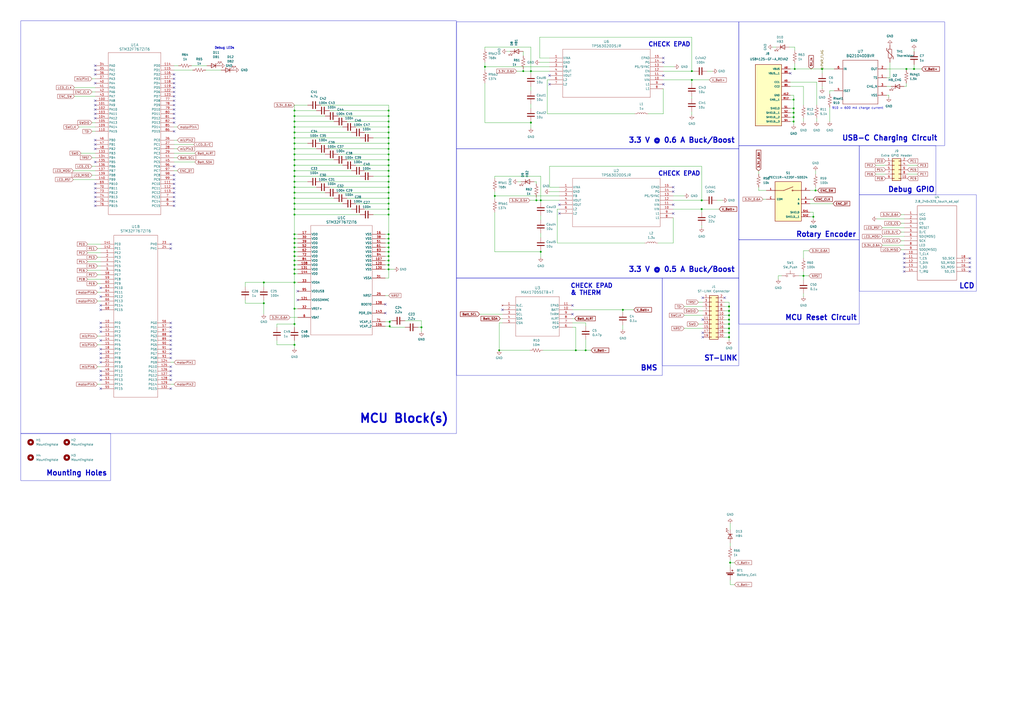
<source format=kicad_sch>
(kicad_sch (version 20230121) (generator eeschema)
  (paper "A2")
  (lib_symbols
    (symbol "Connector_Generic:Conn_02x05_Odd_Even" (pin_names (offset 1.016) hide)
      (property "Reference" "J" (at 1.27 7.62 0))
      (property "Value" "Conn_02x05_Odd_Even" (at 1.27 -7.62 0))
      (symbol "Conn_02x05_Odd_Even_1_1"
        (pin passive line (at -5.08 5.08 0) (length 3.81) (name "Pin_1") (number "1"))
        (pin passive line (at 7.62 -5.08 180) (length 3.81) (name "Pin_10") (number "10"))
        (pin passive line (at 7.62 5.08 180) (length 3.81) (name "Pin_2") (number "2"))
        (pin passive line (at -5.08 2.54 0) (length 3.81) (name "Pin_3") (number "3"))
        (pin passive line (at 7.62 2.54 180) (length 3.81) (name "Pin_4") (number "4"))
        (pin passive line (at -5.08 0 0) (length 3.81) (name "Pin_5") (number "5"))
        (pin passive line (at 7.62 0 180) (length 3.81) (name "Pin_6") (number "6"))
        (pin passive line (at -5.08 -2.54 0) (length 3.81) (name "Pin_7") (number "7"))
        (pin passive line (at 7.62 -2.54 180) (length 3.81) (name "Pin_8") (number "8"))
        (pin passive line (at -5.08 -5.08 0) (length 3.81) (name "Pin_9") (number "9"))
      )
    )
    (symbol "Connector_Generic:Conn_02x10_Odd_Even" (pin_names (offset 1.016) hide)
      (property "Reference" "J" (at 1.27 12.7 0))
      (property "Value" "Conn_02x10_Odd_Even" (at 1.27 -15.24 0))
      (symbol "Conn_02x10_Odd_Even_1_1"
        (pin passive line (at -5.08 10.16 0) (length 3.81) (name "Pin_1") (number "1"))
        (pin passive line (at 7.62 0 180) (length 3.81) (name "Pin_10") (number "10"))
        (pin passive line (at -5.08 -2.54 0) (length 3.81) (name "Pin_11") (number "11"))
        (pin passive line (at 7.62 -2.54 180) (length 3.81) (name "Pin_12") (number "12"))
        (pin passive line (at -5.08 -5.08 0) (length 3.81) (name "Pin_13") (number "13"))
        (pin passive line (at 7.62 -5.08 180) (length 3.81) (name "Pin_14") (number "14"))
        (pin passive line (at -5.08 -7.62 0) (length 3.81) (name "Pin_15") (number "15"))
        (pin passive line (at 7.62 -7.62 180) (length 3.81) (name "Pin_16") (number "16"))
        (pin passive line (at -5.08 -10.16 0) (length 3.81) (name "Pin_17") (number "17"))
        (pin passive line (at 7.62 -10.16 180) (length 3.81) (name "Pin_18") (number "18"))
        (pin passive line (at -5.08 -12.7 0) (length 3.81) (name "Pin_19") (number "19"))
        (pin passive line (at 7.62 10.16 180) (length 3.81) (name "Pin_2") (number "2"))
        (pin passive line (at 7.62 -12.7 180) (length 3.81) (name "Pin_20") (number "20"))
        (pin passive line (at -5.08 7.62 0) (length 3.81) (name "Pin_3") (number "3"))
        (pin passive line (at 7.62 7.62 180) (length 3.81) (name "Pin_4") (number "4"))
        (pin passive line (at -5.08 5.08 0) (length 3.81) (name "Pin_5") (number "5"))
        (pin passive line (at 7.62 5.08 180) (length 3.81) (name "Pin_6") (number "6"))
        (pin passive line (at -5.08 2.54 0) (length 3.81) (name "Pin_7") (number "7"))
        (pin passive line (at 7.62 2.54 180) (length 3.81) (name "Pin_8") (number "8"))
        (pin passive line (at -5.08 0 0) (length 3.81) (name "Pin_9") (number "9"))
      )
    )
    (symbol "Device:Battery_Cell" (pin_numbers hide) (pin_names (offset 0) hide)
      (property "Reference" "BT" (at 2.54 2.54 0))
      (property "Value" "Battery_Cell" (at 2.54 0 0))
      (symbol "Battery_Cell_1_1"
        (pin passive line (at 0 5.08 270) (length 2.54) (name "+") (number "1"))
        (pin passive line (at 0 -2.54 90) (length 2.54) (name "-") (number "2"))
      )
    )
    (symbol "Device:C" (pin_numbers hide) (pin_names (offset 0.254))
      (property "Reference" "C" (at 0.635 2.54 0))
      (property "Value" "C" (at 0.635 -2.54 0))
      (symbol "C_1_1"
        (pin passive line (at 0 3.81 270) (length 2.794) (name "~") (number "1"))
        (pin passive line (at 0 -3.81 90) (length 2.794) (name "~") (number "2"))
      )
    )
    (symbol "Device:L" (pin_numbers hide) (pin_names (offset 1.016) hide)
      (property "Reference" "L" (at -1.27 0 90))
      (property "Value" "L" (at 1.905 0 90))
      (symbol "L_1_1"
        (pin passive line (at 0 3.81 270) (length 1.27) (name "1") (number "1"))
        (pin passive line (at 0 -3.81 90) (length 1.27) (name "2") (number "2"))
      )
    )
    (symbol "Device:LED" (pin_numbers hide) (pin_names (offset 1.016) hide)
      (property "Reference" "D" (at 0 2.54 0))
      (property "Value" "LED" (at 0 -2.54 0))
      (symbol "LED_1_1"
        (pin passive line (at -3.81 0 0) (length 2.54) (name "K") (number "1"))
        (pin passive line (at 3.81 0 180) (length 2.54) (name "A") (number "2"))
      )
    )
    (symbol "Device:R_US" (pin_numbers hide) (pin_names (offset 0))
      (property "Reference" "R" (at 2.54 0 90))
      (property "Value" "R_US" (at -2.54 0 90))
      (symbol "R_US_1_1"
        (pin passive line (at 0 3.81 270) (length 1.27) (name "~") (number "1"))
        (pin passive line (at 0 -3.81 90) (length 1.27) (name "~") (number "2"))
      )
    )
    (symbol "Device:Thermistor" (pin_numbers hide) (pin_names (offset 0))
      (property "Reference" "TH" (at 2.54 1.27 90))
      (property "Value" "Thermistor" (at -2.54 0 90))
      (symbol "Thermistor_1_1"
        (pin passive line (at 0 5.08 270) (length 2.54) (name "~") (number "1"))
        (pin passive line (at 0 -5.08 90) (length 2.54) (name "~") (number "2"))
      )
    )
    (symbol "Downloaded_symbols:2.8_240x320_touch_sd_spi" (pin_names (offset 1.016))
      (property "Reference" "U" (at -10.5156 22.8854 0))
      (property "Value" "2.8_240x320_touch_sd_spi" (at 9.652 8.1026 90))
      (symbol "2.8_240x320_touch_sd_spi_1_1"
        (pin passive line (at -19.05 16.51 0) (length 7.62) (name "VCC") (number "1"))
        (pin passive line (at -19.05 -6.35 0) (length 7.62) (name "T_CLK") (number "10"))
        (pin passive line (at -19.05 -8.89 0) (length 7.62) (name "T_CS") (number "11"))
        (pin passive line (at -19.05 -11.43 0) (length 7.62) (name "T_DIN") (number "12"))
        (pin passive line (at -19.05 -13.97 0) (length 7.62) (name "T_DO") (number "13"))
        (pin passive line (at -19.05 -16.51 0) (length 7.62) (name "T_IRQ") (number "14"))
        (pin passive line (at 19.05 -16.51 180) (length 7.62) (name "SD_CS") (number "15"))
        (pin passive line (at 19.05 -13.97 180) (length 7.62) (name "SD_MOSI") (number "16"))
        (pin passive line (at 19.05 -11.43 180) (length 7.62) (name "SD_MISO") (number "17"))
        (pin passive line (at 19.05 -8.89 180) (length 7.62) (name "SD_SCK") (number "18"))
        (pin passive line (at -19.05 13.97 0) (length 7.62) (name "GND") (number "2"))
        (pin passive line (at -19.05 11.43 0) (length 7.62) (name "CS") (number "3"))
        (pin passive line (at -19.05 8.89 0) (length 7.62) (name "RESET") (number "4"))
        (pin passive line (at -19.05 6.35 0) (length 7.62) (name "D/C") (number "5"))
        (pin passive line (at -19.05 3.81 0) (length 7.62) (name "SDI(MOSI)") (number "6"))
        (pin passive line (at -19.05 1.27 0) (length 7.62) (name "SCK") (number "7"))
        (pin passive line (at -19.05 -1.27 0) (length 7.62) (name "LED") (number "8"))
        (pin passive line (at -19.05 -3.81 0) (length 7.62) (name "SDO(MISO)") (number "9"))
      )
    )
    (symbol "Downloaded_symbols:BQ21040DBVR" (pin_names (offset 0.254))
      (property "Reference" "U" (at 0 2.54 0))
      (property "Value" "BQ21040DBVR" (at 0 0 0))
      (symbol "BQ21040DBVR_0_1"
        (pin input line (at 15.24 2.54 180) (length 5.08) (name "TS") (number "1"))
        (pin power_in line (at 15.24 7.62 180) (length 5.08) (name "OUT") (number "2"))
        (pin open_collector line (at 15.24 -2.54 180) (length 5.08) (name "CHG_N") (number "3"))
        (pin input line (at -15.24 -5.08 0) (length 5.08) (name "ISET") (number "4"))
        (pin power_in line (at 15.24 -7.62 180) (length 5.08) (name "VSS") (number "5"))
        (pin power_in line (at -15.24 7.62 0) (length 5.08) (name "IN") (number "6"))
      )
    )
    (symbol "Downloaded_symbols:MAX17055ETB+T" (pin_names (offset 0.254))
      (property "Reference" "U" (at 20.32 10.16 0))
      (property "Value" "MAX17055ETB+T" (at 20.32 7.62 0))
      (symbol "MAX17055ETB+T_0_1"
        (pin no_connect line (at 0 0 0) (length 7.62) (name "N.C.") (number "1"))
        (pin unspecified line (at 40.64 -2.54 180) (length 7.62) (name "BATT") (number "10"))
        (pin unspecified line (at 40.64 0 180) (length 7.62) (name "EPAD") (number "11"))
        (pin unspecified line (at 0 -2.54 0) (length 7.62) (name "AIN") (number "2"))
        (pin unspecified line (at 0 -5.08 0) (length 7.62) (name "SCL") (number "3"))
        (pin unspecified line (at 0 -7.62 0) (length 7.62) (name "SDA") (number "4"))
        (pin unspecified line (at 0 -10.16 0) (length 7.62) (name "CSN") (number "5"))
        (pin unspecified line (at 40.64 -12.7 180) (length 7.62) (name "CSP") (number "6"))
        (pin unspecified line (at 40.64 -10.16 180) (length 7.62) (name "REG") (number "7"))
        (pin unspecified line (at 40.64 -7.62 180) (length 7.62) (name "ALRT") (number "8"))
        (pin unspecified line (at 40.64 -5.08 180) (length 7.62) (name "THRM") (number "9"))
      )
    )
    (symbol "Downloaded_symbols:PEC11R-4220F-S0024" (pin_names (offset 1.016))
      (property "Reference" "S" (at -7.62 10.922 0))
      (property "Value" "PEC11R-4220F-S0024" (at -7.62 -15.24 0))
      (symbol "PEC11R-4220F-S0024_0_0"
        (pin passive line (at -12.7 5.08 0) (length 5.08) (name "~") (number "1"))
        (pin passive line (at 12.7 5.08 180) (length 5.08) (name "~") (number "2"))
        (pin passive line (at 12.7 0 180) (length 5.08) (name "A") (number "A"))
        (pin passive line (at 12.7 -2.54 180) (length 5.08) (name "B") (number "B"))
        (pin passive line (at -12.7 0 0) (length 5.08) (name "COM") (number "C"))
        (pin passive line (at 12.7 -7.62 180) (length 5.08) (name "SHIELD") (number "SH1"))
        (pin passive line (at 12.7 -10.16 180) (length 5.08) (name "SHIELD__1") (number "SH2"))
      )
    )
    (symbol "Downloaded_symbols:STM32F767ZIT6" (pin_names (offset 0.254))
      (property "Reference" "U" (at 22.86 12.7 0))
      (property "Value" "STM32F767ZIT6" (at 22.86 10.16 0))
      (symbol "STM32F767ZIT6_1_1"
        (pin bidirectional line (at 0 -20.32 0) (length 7.62) (name "PA8") (number "100"))
        (pin bidirectional line (at 0 -22.86 0) (length 7.62) (name "PA9") (number "101"))
        (pin bidirectional line (at 0 -25.4 0) (length 7.62) (name "PA10") (number "102"))
        (pin bidirectional line (at 0 -27.94 0) (length 7.62) (name "PA11") (number "103"))
        (pin bidirectional line (at 0 -30.48 0) (length 7.62) (name "PA12") (number "104"))
        (pin bidirectional line (at 0 -33.02 0) (length 7.62) (name "PA13") (number "105"))
        (pin bidirectional line (at 0 -35.56 0) (length 7.62) (name "PA14") (number "109"))
        (pin bidirectional line (at 0 -38.1 0) (length 7.62) (name "PA15") (number "110"))
        (pin bidirectional line (at 45.72 -68.58 180) (length 7.62) (name "PC10") (number "111"))
        (pin bidirectional line (at 45.72 -71.12 180) (length 7.62) (name "PC11") (number "112"))
        (pin bidirectional line (at 45.72 -73.66 180) (length 7.62) (name "PC12") (number "113"))
        (pin bidirectional line (at 45.72 0 180) (length 7.62) (name "PD0") (number "114"))
        (pin bidirectional line (at 45.72 -2.54 180) (length 7.62) (name "PD1") (number "115"))
        (pin bidirectional line (at 45.72 -5.08 180) (length 7.62) (name "PD2") (number "116"))
        (pin bidirectional line (at 45.72 -7.62 180) (length 7.62) (name "PD3") (number "117"))
        (pin bidirectional line (at 45.72 -10.16 180) (length 7.62) (name "PD4") (number "118"))
        (pin bidirectional line (at 45.72 -12.7 180) (length 7.62) (name "PD5") (number "119"))
        (pin bidirectional line (at 45.72 -15.24 180) (length 7.62) (name "PD6") (number "122"))
        (pin bidirectional line (at 45.72 -17.78 180) (length 7.62) (name "PD7") (number "123"))
        (pin bidirectional line (at 0 -50.8 0) (length 7.62) (name "PB3") (number "133"))
        (pin bidirectional line (at 0 -53.34 0) (length 7.62) (name "PB4") (number "134"))
        (pin bidirectional line (at 0 -55.88 0) (length 7.62) (name "PB5") (number "135"))
        (pin bidirectional line (at 0 -58.42 0) (length 7.62) (name "PB6") (number "136"))
        (pin bidirectional line (at 0 -60.96 0) (length 7.62) (name "PB7") (number "137"))
        (pin bidirectional line (at 0 -63.5 0) (length 7.62) (name "PB8") (number "139"))
        (pin bidirectional line (at 0 -66.04 0) (length 7.62) (name "PB9") (number "140"))
        (pin bidirectional line (at 45.72 -43.18 180) (length 7.62) (name "PC0") (number "26"))
        (pin bidirectional line (at 45.72 -45.72 180) (length 7.62) (name "PC1") (number "27"))
        (pin bidirectional line (at 45.72 -48.26 180) (length 7.62) (name "PC2") (number "28"))
        (pin bidirectional line (at 45.72 -50.8 180) (length 7.62) (name "PC3") (number "29"))
        (pin bidirectional line (at 0 0 0) (length 7.62) (name "PA0") (number "34"))
        (pin bidirectional line (at 0 -2.54 0) (length 7.62) (name "PA1") (number "35"))
        (pin bidirectional line (at 0 -5.08 0) (length 7.62) (name "PA2") (number "36"))
        (pin bidirectional line (at 0 -7.62 0) (length 7.62) (name "PA3") (number "37"))
        (pin bidirectional line (at 0 -10.16 0) (length 7.62) (name "PA4") (number "40"))
        (pin bidirectional line (at 0 -12.7 0) (length 7.62) (name "PA5") (number "41"))
        (pin bidirectional line (at 0 -15.24 0) (length 7.62) (name "PA6") (number "42"))
        (pin bidirectional line (at 0 -17.78 0) (length 7.62) (name "PA7") (number "43"))
        (pin bidirectional line (at 45.72 -53.34 180) (length 7.62) (name "PC4") (number "44"))
        (pin bidirectional line (at 45.72 -55.88 180) (length 7.62) (name "PC5") (number "45"))
        (pin bidirectional line (at 0 -43.18 0) (length 7.62) (name "PB0") (number "46"))
        (pin bidirectional line (at 0 -45.72 0) (length 7.62) (name "PB1") (number "47"))
        (pin bidirectional line (at 0 -48.26 0) (length 7.62) (name "PB2") (number "48"))
        (pin bidirectional line (at 0 -68.58 0) (length 7.62) (name "PB10") (number "69"))
        (pin bidirectional line (at 45.72 -76.2 180) (length 7.62) (name "PC13") (number "7"))
        (pin bidirectional line (at 0 -71.12 0) (length 7.62) (name "PB11") (number "70"))
        (pin bidirectional line (at 0 -73.66 0) (length 7.62) (name "PB12") (number "73"))
        (pin bidirectional line (at 0 -76.2 0) (length 7.62) (name "PB13") (number "74"))
        (pin bidirectional line (at 0 -78.74 0) (length 7.62) (name "PB14") (number "75"))
        (pin bidirectional line (at 0 -81.28 0) (length 7.62) (name "PB15") (number "76"))
        (pin bidirectional line (at 45.72 -20.32 180) (length 7.62) (name "PD8") (number "77"))
        (pin bidirectional line (at 45.72 -22.86 180) (length 7.62) (name "PD9") (number "78"))
        (pin bidirectional line (at 45.72 -25.4 180) (length 7.62) (name "PD10") (number "79"))
        (pin bidirectional line (at 45.72 -78.74 180) (length 7.62) (name "PC14") (number "8"))
        (pin bidirectional line (at 45.72 -27.94 180) (length 7.62) (name "PD11") (number "80"))
        (pin bidirectional line (at 45.72 -30.48 180) (length 7.62) (name "PD12") (number "81"))
        (pin bidirectional line (at 45.72 -33.02 180) (length 7.62) (name "PD13") (number "82"))
        (pin bidirectional line (at 45.72 -35.56 180) (length 7.62) (name "PD14") (number "85"))
        (pin bidirectional line (at 45.72 -38.1 180) (length 7.62) (name "PD15") (number "86"))
        (pin bidirectional line (at 45.72 -81.28 180) (length 7.62) (name "PC15") (number "9"))
        (pin bidirectional line (at 45.72 -58.42 180) (length 7.62) (name "PC6") (number "96"))
        (pin bidirectional line (at 45.72 -60.96 180) (length 7.62) (name "PC7") (number "97"))
        (pin bidirectional line (at 45.72 -63.5 180) (length 7.62) (name "PC8") (number "98"))
        (pin bidirectional line (at 45.72 -66.04 180) (length 7.62) (name "PC9") (number "99"))
      )
      (symbol "STM32F767ZIT6_2_1"
        (pin bidirectional line (at 0 -5.08 0) (length 7.62) (name "PE2") (number "1"))
        (pin bidirectional line (at 0 -45.72 0) (length 7.62) (name "PF0") (number "10"))
        (pin bidirectional line (at 0 -48.26 0) (length 7.62) (name "PF1") (number "11"))
        (pin bidirectional line (at 0 -50.8 0) (length 7.62) (name "PF2") (number "12"))
        (pin bidirectional line (at 40.64 -68.58 180) (length 7.62) (name "PG9") (number "124"))
        (pin bidirectional line (at 40.64 -71.12 180) (length 7.62) (name "PG10") (number "125"))
        (pin bidirectional line (at 40.64 -73.66 180) (length 7.62) (name "PG11") (number "126"))
        (pin bidirectional line (at 40.64 -76.2 180) (length 7.62) (name "PG12") (number "127"))
        (pin bidirectional line (at 40.64 -78.74 180) (length 7.62) (name "PG13") (number "128"))
        (pin bidirectional line (at 40.64 -81.28 180) (length 7.62) (name "PG14") (number "129"))
        (pin bidirectional line (at 0 -53.34 0) (length 7.62) (name "PF3") (number "13"))
        (pin bidirectional line (at 40.64 -83.82 180) (length 7.62) (name "PG15") (number "132"))
        (pin bidirectional line (at 0 -55.88 0) (length 7.62) (name "PF4") (number "14"))
        (pin bidirectional line (at 0 0 0) (length 7.62) (name "PE0") (number "141"))
        (pin bidirectional line (at 0 -2.54 0) (length 7.62) (name "PE1") (number "142"))
        (pin bidirectional line (at 0 -58.42 0) (length 7.62) (name "PF5") (number "15"))
        (pin bidirectional line (at 0 -60.96 0) (length 7.62) (name "PF6") (number "18"))
        (pin bidirectional line (at 0 -63.5 0) (length 7.62) (name "PF7") (number "19"))
        (pin bidirectional line (at 0 -7.62 0) (length 7.62) (name "PE3") (number "2"))
        (pin bidirectional line (at 0 -66.04 0) (length 7.62) (name "PF8") (number "20"))
        (pin bidirectional line (at 0 -68.58 0) (length 7.62) (name "PF9") (number "21"))
        (pin bidirectional line (at 0 -71.12 0) (length 7.62) (name "PF10") (number "22"))
        (pin bidirectional line (at 40.64 0 180) (length 7.62) (name "PH0") (number "23"))
        (pin bidirectional line (at 40.64 -2.54 180) (length 7.62) (name "PH1") (number "24"))
        (pin bidirectional line (at 0 -10.16 0) (length 7.62) (name "PE4") (number "3"))
        (pin bidirectional line (at 0 -12.7 0) (length 7.62) (name "PE5") (number "4"))
        (pin bidirectional line (at 0 -73.66 0) (length 7.62) (name "PF11") (number "49"))
        (pin bidirectional line (at 0 -15.24 0) (length 7.62) (name "PE6") (number "5"))
        (pin bidirectional line (at 0 -76.2 0) (length 7.62) (name "PF12") (number "50"))
        (pin bidirectional line (at 0 -78.74 0) (length 7.62) (name "PF13") (number "53"))
        (pin bidirectional line (at 0 -81.28 0) (length 7.62) (name "PF14") (number "54"))
        (pin bidirectional line (at 0 -83.82 0) (length 7.62) (name "PF15") (number "55"))
        (pin bidirectional line (at 40.64 -45.72 180) (length 7.62) (name "PG0") (number "56"))
        (pin bidirectional line (at 40.64 -48.26 180) (length 7.62) (name "PG1") (number "57"))
        (pin bidirectional line (at 0 -17.78 0) (length 7.62) (name "PE7") (number "58"))
        (pin bidirectional line (at 0 -20.32 0) (length 7.62) (name "PE8") (number "59"))
        (pin bidirectional line (at 0 -22.86 0) (length 7.62) (name "PE9") (number "60"))
        (pin bidirectional line (at 0 -25.4 0) (length 7.62) (name "PE10") (number "63"))
        (pin bidirectional line (at 0 -27.94 0) (length 7.62) (name "PE11") (number "64"))
        (pin bidirectional line (at 0 -30.48 0) (length 7.62) (name "PE12") (number "65"))
        (pin bidirectional line (at 0 -33.02 0) (length 7.62) (name "PE13") (number "66"))
        (pin bidirectional line (at 0 -35.56 0) (length 7.62) (name "PE14") (number "67"))
        (pin bidirectional line (at 0 -38.1 0) (length 7.62) (name "PE15") (number "68"))
        (pin bidirectional line (at 40.64 -50.8 180) (length 7.62) (name "PG2") (number "87"))
        (pin bidirectional line (at 40.64 -53.34 180) (length 7.62) (name "PG3") (number "88"))
        (pin bidirectional line (at 40.64 -55.88 180) (length 7.62) (name "PG4") (number "89"))
        (pin bidirectional line (at 40.64 -58.42 180) (length 7.62) (name "PG5") (number "90"))
        (pin bidirectional line (at 40.64 -60.96 180) (length 7.62) (name "PG6") (number "91"))
        (pin bidirectional line (at 40.64 -63.5 180) (length 7.62) (name "PG7") (number "92"))
        (pin bidirectional line (at 40.64 -66.04 180) (length 7.62) (name "PG8") (number "93"))
      )
      (symbol "STM32F767ZIT6_3_1"
        (pin power_in line (at 50.8 -53.34 180) (length 7.62) (name "VCAP_2") (number "106"))
        (pin power_in line (at 50.8 -15.24 180) (length 7.62) (name "VSS") (number "107"))
        (pin power_in line (at 0 -17.78 0) (length 7.62) (name "VDD") (number "108"))
        (pin power_in line (at 50.8 -17.78 180) (length 7.62) (name "VSS") (number "120"))
        (pin power_in line (at 0 -38.1 0) (length 7.62) (name "VDDSDMMC") (number "121"))
        (pin power_in line (at 50.8 -20.32 180) (length 7.62) (name "VSS") (number "130"))
        (pin power_in line (at 0 -20.32 0) (length 7.62) (name "VDD") (number "131"))
        (pin unspecified line (at 50.8 -40.64 180) (length 7.62) (name "BOOT0") (number "138"))
        (pin unspecified line (at 50.8 -45.72 180) (length 7.62) (name "PDR_ON") (number "143"))
        (pin power_in line (at 0 -22.86 0) (length 7.62) (name "VDD") (number "144"))
        (pin power_in line (at 50.8 0 180) (length 7.62) (name "VSS") (number "16"))
        (pin power_in line (at 0 0 0) (length 7.62) (name "VDD") (number "17"))
        (pin unspecified line (at 50.8 -35.56 180) (length 7.62) (name "NRST") (number "25"))
        (pin power_in line (at 0 -2.54 0) (length 7.62) (name "VDD") (number "30"))
        (pin power_in line (at 50.8 -25.4 180) (length 7.62) (name "VSSA") (number "31"))
        (pin power_in line (at 0 -43.18 0) (length 7.62) (name "VREF+") (number "32"))
        (pin power_in line (at 0 -27.94 0) (length 7.62) (name "VDDA") (number "33"))
        (pin power_in line (at 50.8 -2.54 180) (length 7.62) (name "VSS") (number "38"))
        (pin power_in line (at 0 -5.08 0) (length 7.62) (name "VDD") (number "39"))
        (pin power_in line (at 50.8 -5.08 180) (length 7.62) (name "VSS") (number "51"))
        (pin power_in line (at 0 -7.62 0) (length 7.62) (name "VDD") (number "52"))
        (pin power_in line (at 0 -48.26 0) (length 7.62) (name "VBAT") (number "6"))
        (pin power_in line (at 50.8 -7.62 180) (length 7.62) (name "VSS") (number "61"))
        (pin power_in line (at 0 -10.16 0) (length 7.62) (name "VDD") (number "62"))
        (pin power_in line (at 50.8 -50.8 180) (length 7.62) (name "VCAP_1") (number "71"))
        (pin power_in line (at 0 -12.7 0) (length 7.62) (name "VDD") (number "72"))
        (pin power_in line (at 50.8 -10.16 180) (length 7.62) (name "VSS") (number "83"))
        (pin power_in line (at 0 -15.24 0) (length 7.62) (name "VDD") (number "84"))
        (pin power_in line (at 50.8 -12.7 180) (length 7.62) (name "VSS") (number "94"))
        (pin power_in line (at 0 -33.02 0) (length 7.62) (name "VDDUSB") (number "95"))
      )
    )
    (symbol "Downloaded_symbols:TPS63020DSJR" (pin_names (offset 0.254))
      (property "Reference" "U" (at 33.02 10.16 0))
      (property "Value" "TPS63020DSJR" (at 33.02 7.62 0))
      (symbol "TPS63020DSJR_0_1"
        (pin input line (at 0 0 0) (length 7.62) (name "VINA") (number "1"))
        (pin input line (at 66.04 -12.7 180) (length 7.62) (name "VIN") (number "10"))
        (pin input line (at 66.04 -10.16 180) (length 7.62) (name "VIN") (number "11"))
        (pin input line (at 66.04 -7.62 180) (length 7.62) (name "EN") (number "12"))
        (pin input line (at 66.04 -5.08 180) (length 7.62) (name "PS/SYNC") (number "13"))
        (pin output line (at 66.04 -2.54 180) (length 7.62) (name "PG") (number "14"))
        (pin unspecified line (at 66.04 0 180) (length 7.62) (name "EPAD") (number "15"))
        (pin power_in line (at 0 -2.54 0) (length 7.62) (name "GND") (number "2"))
        (pin input line (at 0 -5.08 0) (length 7.62) (name "FB") (number "3"))
        (pin output line (at 0 -7.62 0) (length 7.62) (name "VOUT") (number "4"))
        (pin output line (at 0 -10.16 0) (length 7.62) (name "VOUT") (number "5"))
        (pin input line (at 0 -12.7 0) (length 7.62) (name "L2") (number "6"))
        (pin input line (at 0 -15.24 0) (length 7.62) (name "L2") (number "7"))
        (pin input line (at 66.04 -17.78 180) (length 7.62) (name "L1") (number "8"))
        (pin input line (at 66.04 -15.24 180) (length 7.62) (name "L1") (number "9"))
      )
    )
    (symbol "Downloaded_symbols:USB4125-GF-A_REVA2" (pin_names (offset 1.016))
      (property "Reference" "J" (at -7.62 10.922 0))
      (property "Value" "USB4125-GF-A_REVA2" (at -7.62 -26.162 0))
      (symbol "USB4125-GF-A_REVA2_0_0"
        (pin power_in line (at -12.7 -7.62 0) (length 5.08) (name "GND") (number "A12"))
        (pin bidirectional line (at -12.7 0 0) (length 5.08) (name "CC1") (number "A5"))
        (pin power_in line (at -12.7 7.62 0) (length 5.08) (name "VBUS") (number "A9"))
        (pin power_in line (at -12.7 -10.16 0) (length 5.08) (name "GND__1") (number "B12"))
        (pin bidirectional line (at -12.7 -2.54 0) (length 5.08) (name "CC2") (number "B5"))
        (pin power_in line (at -12.7 5.08 0) (length 5.08) (name "VBUS__1") (number "B9"))
        (pin passive line (at -12.7 -15.24 0) (length 5.08) (name "SHIELD") (number "S1"))
        (pin passive line (at -12.7 -17.78 0) (length 5.08) (name "SHIELD__1") (number "S2"))
        (pin passive line (at -12.7 -20.32 0) (length 5.08) (name "SHIELD__2") (number "S3"))
        (pin passive line (at -12.7 -22.86 0) (length 5.08) (name "SHIELD__3") (number "S4"))
      )
    )
    (symbol "Mechanical:MountingHole" (pin_names (offset 1.016))
      (property "Reference" "H" (at 0 5.08 0))
      (property "Value" "MountingHole" (at 0 3.175 0))
    )
    (symbol "Switch:SW_Push" (pin_numbers hide) (pin_names (offset 1.016) hide)
      (property "Reference" "SW" (at 1.27 2.54 0))
      (property "Value" "SW_Push" (at 0 -1.524 0))
      (symbol "SW_Push_0_1"
        (pin passive line (at -5.08 0 0) (length 2.54) (name "1") (number "1"))
        (pin passive line (at 5.08 0 180) (length 2.54) (name "2") (number "2"))
      )
    )
    (symbol "power:GND" (power) (pin_names (offset 0))
      (property "Value" "GND" (at 0 -3.81 0))
      (symbol "GND_1_1"
        (pin power_in line (at 0 0 270) (length 0) hide (name "GND") (number "1"))
      )
    )
  )
  (junction (at 307.975 71.12))
  (junction (at 225.425 102.235))
  (junction (at 226.06 189.23))
  (junction (at 311.15 116.205))
  (junction (at 422.91 180.34))
  (junction (at 461.01 40.005))
  (junction (at 170.815 143.51))
  (junction (at 281.305 38.735))
  (junction (at 225.425 124.46))
  (junction (at 422.91 193.04))
  (junction (at 225.425 153.67))
  (junction (at 225.425 67.31))
  (junction (at 225.425 121.285))
  (junction (at 401.32 41.275))
  (junction (at 225.425 89.535))
  (junction (at 225.425 151.13))
  (junction (at 225.425 83.185))
  (junction (at 225.425 76.835))
  (junction (at 225.425 80.01))
  (junction (at 401.32 46.355))
  (junction (at 170.815 156.21))
  (junction (at 473.075 110.49))
  (junction (at 170.815 108.585))
  (junction (at 170.815 138.43))
  (junction (at 287.02 113.665))
  (junction (at 226.06 186.69))
  (junction (at 170.815 70.485))
  (junction (at 460.375 57.785))
  (junction (at 225.425 64.135))
  (junction (at 422.91 195.58))
  (junction (at 170.815 76.835))
  (junction (at 225.425 105.41))
  (junction (at 225.425 143.51))
  (junction (at 225.425 114.935))
  (junction (at 170.815 80.01))
  (junction (at 422.91 187.96))
  (junction (at 407.035 121.285))
  (junction (at 170.815 83.185))
  (junction (at 225.425 73.66))
  (junction (at 244.475 189.865))
  (junction (at 225.425 70.485))
  (junction (at 170.815 67.31))
  (junction (at 170.815 73.66))
  (junction (at 170.815 102.235))
  (junction (at 225.425 135.89))
  (junction (at 225.425 118.11))
  (junction (at 530.225 40.005))
  (junction (at 170.815 89.535))
  (junction (at 225.425 108.585))
  (junction (at 170.815 95.885))
  (junction (at 460.375 70.485))
  (junction (at 170.815 64.135))
  (junction (at 225.425 146.05))
  (junction (at 423.545 326.39))
  (junction (at 422.91 177.8))
  (junction (at 307.975 41.275))
  (junction (at 170.815 111.76))
  (junction (at 225.425 92.71))
  (junction (at 225.425 138.43))
  (junction (at 170.815 135.89))
  (junction (at 313.69 146.05))
  (junction (at 407.035 116.205))
  (junction (at 422.91 182.88))
  (junction (at 170.815 86.36))
  (junction (at 153.035 163.83))
  (junction (at 460.375 67.945))
  (junction (at 466.09 160.02))
  (junction (at 334.01 203.2))
  (junction (at 170.815 163.83))
  (junction (at 289.56 203.2))
  (junction (at 225.425 140.97))
  (junction (at 422.91 185.42))
  (junction (at 170.815 179.07))
  (junction (at 361.315 179.705))
  (junction (at 170.815 200.025))
  (junction (at 225.425 111.76))
  (junction (at 170.815 158.75))
  (junction (at 303.53 41.275))
  (junction (at 460.375 65.405))
  (junction (at 170.815 151.13))
  (junction (at 313.69 116.205))
  (junction (at 170.815 99.06))
  (junction (at 153.035 175.895))
  (junction (at 170.815 118.11))
  (junction (at 525.78 40.005))
  (junction (at 460.375 62.865))
  (junction (at 225.425 148.59))
  (junction (at 170.815 121.285))
  (junction (at 170.815 92.71))
  (junction (at 170.815 153.67))
  (junction (at 225.425 156.21))
  (junction (at 170.815 187.96))
  (junction (at 225.425 86.36))
  (junction (at 339.725 203.2))
  (junction (at 225.425 99.06))
  (junction (at 476.885 40.005))
  (junction (at 170.815 148.59))
  (junction (at 170.815 140.97))
  (junction (at 422.91 190.5))
  (junction (at 170.815 105.41))
  (junction (at 170.815 146.05))
  (junction (at 170.815 114.935))
  (junction (at 471.805 125.73))
  (junction (at 170.815 124.46))
  (junction (at 225.425 95.885))
  (no_connect (at 100.965 111.76))
  (no_connect (at 100.965 68.58))
  (no_connect (at 99.06 189.865))
  (no_connect (at 172.72 168.91))
  (no_connect (at 384.81 36.195))
  (no_connect (at 55.245 116.84))
  (no_connect (at 407.67 185.42))
  (no_connect (at 100.965 45.72))
  (no_connect (at 99.06 194.945))
  (no_connect (at 100.965 66.04))
  (no_connect (at 524.51 152.4))
  (no_connect (at 55.245 68.58))
  (no_connect (at 100.965 53.34))
  (no_connect (at 318.77 43.815))
  (no_connect (at 99.06 200.025))
  (no_connect (at 99.06 141.605))
  (no_connect (at 100.965 50.8))
  (no_connect (at 99.06 192.405))
  (no_connect (at 390.525 123.825))
  (no_connect (at 58.42 202.565))
  (no_connect (at 390.525 108.585))
  (no_connect (at 100.965 109.22))
  (no_connect (at 172.72 173.99))
  (no_connect (at 99.06 202.565))
  (no_connect (at 55.245 63.5))
  (no_connect (at 55.245 38.1))
  (no_connect (at 58.42 217.805))
  (no_connect (at 332.105 182.245))
  (no_connect (at 99.06 187.325))
  (no_connect (at 58.42 167.005))
  (no_connect (at 55.245 86.36))
  (no_connect (at 100.965 48.26))
  (no_connect (at 100.965 71.12))
  (no_connect (at 55.245 106.68))
  (no_connect (at 55.245 66.04))
  (no_connect (at 99.06 212.725))
  (no_connect (at 524.51 157.48))
  (no_connect (at 55.245 109.22))
  (no_connect (at 524.51 149.86))
  (no_connect (at 100.965 114.3))
  (no_connect (at 562.61 149.86))
  (no_connect (at 318.77 48.895))
  (no_connect (at 390.525 111.125))
  (no_connect (at 99.06 207.645))
  (no_connect (at 58.42 220.345))
  (no_connect (at 55.245 43.18))
  (no_connect (at 99.06 215.265))
  (no_connect (at 100.965 104.14))
  (no_connect (at 58.42 197.485))
  (no_connect (at 58.42 172.085))
  (no_connect (at 384.81 48.895))
  (no_connect (at 58.42 215.265))
  (no_connect (at 55.245 83.82))
  (no_connect (at 55.245 48.26))
  (no_connect (at 407.67 195.58))
  (no_connect (at 223.52 181.61))
  (no_connect (at 562.61 152.4))
  (no_connect (at 55.245 114.3))
  (no_connect (at 100.965 96.52))
  (no_connect (at 99.06 217.805))
  (no_connect (at 100.965 60.96))
  (no_connect (at 58.42 187.325))
  (no_connect (at 524.51 154.94))
  (no_connect (at 58.42 210.185))
  (no_connect (at 562.61 157.48))
  (no_connect (at 99.06 205.105))
  (no_connect (at 58.42 192.405))
  (no_connect (at 55.245 111.76))
  (no_connect (at 55.245 58.42))
  (no_connect (at 99.06 225.425))
  (no_connect (at 100.965 63.5))
  (no_connect (at 100.965 58.42))
  (no_connect (at 100.965 119.38))
  (no_connect (at 384.81 33.655))
  (no_connect (at 58.42 225.425))
  (no_connect (at 99.06 144.145))
  (no_connect (at 58.42 179.705))
  (no_connect (at 99.06 220.345))
  (no_connect (at 55.245 81.28))
  (no_connect (at 55.245 40.64))
  (no_connect (at 562.61 154.94))
  (no_connect (at 223.52 176.53))
  (no_connect (at 100.965 101.6))
  (no_connect (at 99.06 197.485))
  (no_connect (at 384.81 43.815))
  (no_connect (at 100.965 43.18))
  (no_connect (at 291.465 179.705))
  (no_connect (at 100.965 116.84))
  (no_connect (at 324.485 123.825))
  (no_connect (at 390.525 118.745))
  (no_connect (at 332.105 177.165))
  (no_connect (at 55.245 119.38))
  (no_connect (at 458.47 42.545))
  (no_connect (at 407.67 172.72))
  (no_connect (at 324.485 118.745))
  (no_connect (at 58.42 207.645))
  (no_connect (at 58.42 177.165))
  (no_connect (at 420.37 172.72))
  (no_connect (at 58.42 205.105))
  (no_connect (at 55.245 93.98))
  (no_connect (at 524.51 147.32))
  (no_connect (at 100.965 55.88))
  (no_connect (at 55.245 60.96))
  (no_connect (at 407.67 193.04))
  (no_connect (at 100.965 76.2))
  (no_connect (at 100.965 106.68))
  (no_connect (at 58.42 189.865))
  (wire (pts (xy 508 100.965) (xy 513.715 100.965)))
  (wire (pts (xy 170.815 95.885) (xy 198.755 95.885)))
  (wire (pts (xy 170.815 102.235) (xy 170.815 105.41)))
  (wire (pts (xy 396.875 177.8) (xy 407.67 177.8)))
  (wire (pts (xy 458.47 62.865) (xy 460.375 62.865)))
  (wire (pts (xy 423.545 336.55) (xy 423.545 339.09)))
  (wire (pts (xy 225.425 73.66) (xy 225.425 70.485)))
  (wire (pts (xy 311.15 114.3) (xy 311.15 116.205)))
  (wire (pts (xy 281.305 36.195) (xy 281.305 38.735)))
  (wire (pts (xy 313.69 146.05) (xy 313.69 149.225)))
  (wire (pts (xy 458.47 65.405) (xy 460.375 65.405)))
  (wire (pts (xy 318.77 41.275) (xy 307.975 41.275)))
  (wire (pts (xy 100.965 91.44) (xy 102.87 91.44)))
  (wire (pts (xy 225.425 64.135) (xy 225.425 60.96)))
  (wire (pts (xy 56.515 200.025) (xy 58.42 200.025)))
  (wire (pts (xy 211.455 76.835) (xy 225.425 76.835)))
  (wire (pts (xy 225.425 95.885) (xy 225.425 92.71)))
  (wire (pts (xy 469.9 115.57) (xy 471.805 115.57)))
  (wire (pts (xy 374.015 140.97) (xy 323.215 140.97)))
  (wire (pts (xy 469.9 125.73) (xy 471.805 125.73)))
  (wire (pts (xy 339.725 203.2) (xy 334.01 203.2)))
  (wire (pts (xy 100.965 83.82) (xy 112.395 83.82)))
  (wire (pts (xy 460.375 57.785) (xy 460.375 62.865)))
  (wire (pts (xy 313.69 125.095) (xy 313.69 127.635)))
  (wire (pts (xy 458.47 47.625) (xy 473.71 47.625)))
  (wire (pts (xy 405.13 180.34) (xy 407.67 180.34)))
  (wire (pts (xy 170.815 86.36) (xy 170.815 83.185)))
  (wire (pts (xy 225.425 99.06) (xy 225.425 95.885)))
  (wire (pts (xy 401.32 46.355) (xy 401.32 48.26)))
  (wire (pts (xy 303.53 41.275) (xy 307.975 41.275)))
  (wire (pts (xy 332.105 184.785) (xy 333.375 184.785)))
  (wire (pts (xy 225.425 89.535) (xy 225.425 86.36)))
  (wire (pts (xy 451.485 161.925) (xy 451.485 160.02)))
  (wire (pts (xy 458.47 40.005) (xy 461.01 40.005)))
  (wire (pts (xy 481.33 52.705) (xy 483.87 52.705)))
  (wire (pts (xy 170.815 153.67) (xy 170.815 151.13)))
  (wire (pts (xy 56.515 212.725) (xy 58.42 212.725)))
  (wire (pts (xy 390.525 126.365) (xy 390.525 140.97)))
  (wire (pts (xy 225.425 118.11) (xy 225.425 114.935)))
  (wire (pts (xy 339.725 196.85) (xy 339.725 203.2)))
  (wire (pts (xy 423.545 314.96) (xy 423.545 316.865)))
  (wire (pts (xy 170.815 146.05) (xy 172.72 146.05)))
  (wire (pts (xy 172.72 179.07) (xy 170.815 179.07)))
  (wire (pts (xy 170.815 179.07) (xy 170.815 163.83)))
  (wire (pts (xy 460.375 65.405) (xy 460.375 67.945)))
  (wire (pts (xy 223.52 151.13) (xy 225.425 151.13)))
  (wire (pts (xy 339.725 187.325) (xy 339.725 189.23)))
  (wire (pts (xy 142.24 175.895) (xy 153.035 175.895)))
  (wire (pts (xy 324.485 116.205) (xy 313.69 116.205)))
  (wire (pts (xy 153.035 163.83) (xy 153.035 166.37)))
  (wire (pts (xy 287.02 146.05) (xy 287.02 123.19)))
  (wire (pts (xy 216.535 80.01) (xy 225.425 80.01)))
  (wire (pts (xy 170.815 89.535) (xy 170.815 86.36)))
  (wire (pts (xy 469.9 118.11) (xy 483.235 118.11)))
  (wire (pts (xy 216.535 124.46) (xy 225.425 124.46)))
  (wire (pts (xy 323.215 121.285) (xy 324.485 121.285)))
  (wire (pts (xy 442.595 115.57) (xy 444.5 115.57)))
  (wire (pts (xy 119.38 40.64) (xy 128.27 40.64)))
  (wire (pts (xy 458.47 55.245) (xy 460.375 55.245)))
  (wire (pts (xy 170.815 151.13) (xy 172.72 151.13)))
  (wire (pts (xy 226.06 186.69) (xy 226.06 189.23)))
  (wire (pts (xy 170.815 143.51) (xy 170.815 140.97)))
  (wire (pts (xy 289.56 187.325) (xy 291.465 187.325)))
  (wire (pts (xy 324.485 108.585) (xy 318.77 108.585)))
  (wire (pts (xy 111.125 38.1) (xy 120.015 38.1)))
  (wire (pts (xy 223.52 138.43) (xy 225.425 138.43)))
  (wire (pts (xy 481.33 54.61) (xy 481.33 52.705)))
  (wire (pts (xy 225.425 86.36) (xy 225.425 83.185)))
  (wire (pts (xy 460.375 55.245) (xy 460.375 57.785)))
  (wire (pts (xy 142.24 163.83) (xy 153.035 163.83)))
  (wire (pts (xy 307.975 27.305) (xy 307.975 41.275)))
  (wire (pts (xy 56.515 154.305) (xy 58.42 154.305)))
  (wire (pts (xy 206.375 73.66) (xy 225.425 73.66)))
  (wire (pts (xy 170.815 64.135) (xy 183.515 64.135)))
  (wire (pts (xy 461.01 29.21) (xy 461.01 27.305)))
  (wire (pts (xy 481.33 62.23) (xy 481.33 70.485)))
  (wire (pts (xy 53.34 101.6) (xy 55.245 101.6)))
  (wire (pts (xy 170.815 92.71) (xy 193.675 92.71)))
  (wire (pts (xy 99.06 210.185) (xy 100.965 210.185)))
  (wire (pts (xy 142.24 163.83) (xy 142.24 166.37)))
  (wire (pts (xy 423.545 326.39) (xy 426.085 326.39)))
  (wire (pts (xy 473.71 47.625) (xy 473.71 60.96)))
  (wire (pts (xy 466.09 50.165) (xy 466.09 60.96)))
  (wire (pts (xy 423.545 303.53) (xy 423.545 307.34)))
  (wire (pts (xy 460.375 62.865) (xy 460.375 65.405)))
  (wire (pts (xy 191.135 64.135) (xy 225.425 64.135)))
  (wire (pts (xy 313.055 33.655) (xy 313.055 21.59)))
  (wire (pts (xy 401.32 46.355) (xy 411.48 46.355)))
  (wire (pts (xy 170.815 121.285) (xy 203.835 121.285)))
  (wire (pts (xy 50.8 141.605) (xy 58.42 141.605)))
  (wire (pts (xy 410.21 41.275) (xy 413.385 41.275)))
  (wire (pts (xy 420.37 195.58) (xy 422.91 195.58)))
  (wire (pts (xy 457.835 27.305) (xy 461.01 27.305)))
  (wire (pts (xy 100.965 81.28) (xy 102.87 81.28)))
  (wire (pts (xy 223.52 186.69) (xy 226.06 186.69)))
  (wire (pts (xy 223.52 143.51) (xy 225.425 143.51)))
  (wire (pts (xy 514.35 40.005) (xy 525.78 40.005)))
  (wire (pts (xy 216.535 102.235) (xy 225.425 102.235)))
  (wire (pts (xy 420.37 190.5) (xy 422.91 190.5)))
  (wire (pts (xy 440.055 110.49) (xy 444.5 110.49)))
  (wire (pts (xy 318.77 111.125) (xy 324.485 111.125)))
  (wire (pts (xy 294.005 29.845) (xy 295.91 29.845)))
  (wire (pts (xy 223.52 140.97) (xy 225.425 140.97)))
  (wire (pts (xy 530.225 37.465) (xy 530.225 40.005)))
  (wire (pts (xy 390.525 121.285) (xy 407.035 121.285)))
  (wire (pts (xy 170.815 70.485) (xy 193.675 70.485)))
  (wire (pts (xy 526.415 95.885) (xy 532.13 95.885)))
  (wire (pts (xy 160.655 197.485) (xy 160.655 200.025)))
  (wire (pts (xy 225.425 83.185) (xy 225.425 80.01)))
  (wire (pts (xy 461.01 36.83) (xy 461.01 40.005)))
  (wire (pts (xy 508 95.885) (xy 513.715 95.885)))
  (wire (pts (xy 170.815 102.235) (xy 170.815 99.06)))
  (wire (pts (xy 170.815 67.31) (xy 170.815 70.485)))
  (wire (pts (xy 196.215 67.31) (xy 225.425 67.31)))
  (wire (pts (xy 50.8 151.765) (xy 58.42 151.765)))
  (wire (pts (xy 422.91 175.26) (xy 422.91 177.8)))
  (wire (pts (xy 514.35 50.165) (xy 516.89 50.165)))
  (wire (pts (xy 170.815 102.235) (xy 208.915 102.235)))
  (wire (pts (xy 56.515 222.885) (xy 58.42 222.885)))
  (wire (pts (xy 223.52 156.21) (xy 225.425 156.21)))
  (wire (pts (xy 226.06 186.055) (xy 226.06 186.69)))
  (wire (pts (xy 473.71 68.58) (xy 473.71 70.485)))
  (wire (pts (xy 53.34 76.2) (xy 55.245 76.2)))
  (wire (pts (xy 170.815 158.75) (xy 170.815 163.83)))
  (wire (pts (xy 466.09 50.165) (xy 458.47 50.165)))
  (wire (pts (xy 170.815 124.46) (xy 208.915 124.46)))
  (wire (pts (xy 448.31 27.305) (xy 450.215 27.305)))
  (wire (pts (xy 405.13 187.96) (xy 407.67 187.96)))
  (wire (pts (xy 384.81 41.275) (xy 401.32 41.275)))
  (wire (pts (xy 50.8 146.685) (xy 58.42 146.685)))
  (wire (pts (xy 460.375 67.945) (xy 460.375 70.485)))
  (wire (pts (xy 186.055 83.185) (xy 225.425 83.185)))
  (wire (pts (xy 225.425 153.67) (xy 225.425 151.13)))
  (wire (pts (xy 225.425 76.835) (xy 225.425 73.66)))
  (wire (pts (xy 313.055 36.195) (xy 318.77 36.195)))
  (wire (pts (xy 451.485 160.02) (xy 453.39 160.02)))
  (wire (pts (xy 396.875 182.88) (xy 407.67 182.88)))
  (wire (pts (xy 281.305 38.735) (xy 281.305 40.64)))
  (wire (pts (xy 420.37 182.88) (xy 422.91 182.88)))
  (wire (pts (xy 53.34 71.12) (xy 55.245 71.12)))
  (wire (pts (xy 458.47 67.945) (xy 460.375 67.945)))
  (wire (pts (xy 278.13 182.245) (xy 291.465 182.245)))
  (wire (pts (xy 317.5 46.355) (xy 318.77 46.355)))
  (wire (pts (xy 287.02 102.235) (xy 287.02 103.505)))
  (wire (pts (xy 423.545 328.93) (xy 423.545 326.39)))
  (wire (pts (xy 307.34 203.2) (xy 289.56 203.2)))
  (wire (pts (xy 473.075 110.49) (xy 474.345 110.49)))
  (wire (pts (xy 401.32 21.59) (xy 401.32 41.275)))
  (wire (pts (xy 466.09 170.18) (xy 466.09 172.085)))
  (wire (pts (xy 473.075 99.06) (xy 473.075 100.965)))
  (wire (pts (xy 234.95 186.055) (xy 244.475 186.055)))
  (wire (pts (xy 225.425 102.235) (xy 225.425 99.06)))
  (wire (pts (xy 201.295 92.71) (xy 225.425 92.71)))
  (wire (pts (xy 522.605 124.46) (xy 524.51 124.46)))
  (wire (pts (xy 303.53 40.005) (xy 303.53 41.275)))
  (wire (pts (xy 415.925 116.205) (xy 419.1 116.205)))
  (wire (pts (xy 170.815 83.185) (xy 178.435 83.185)))
  (wire (pts (xy 300.355 105.41) (xy 302.26 105.41)))
  (wire (pts (xy 307.975 50.165) (xy 307.975 52.705)))
  (wire (pts (xy 244.475 189.865) (xy 242.57 189.865)))
  (wire (pts (xy 211.455 99.06) (xy 225.425 99.06)))
  (wire (pts (xy 318.77 33.655) (xy 313.055 33.655)))
  (wire (pts (xy 160.655 200.025) (xy 170.815 200.025)))
  (wire (pts (xy 170.815 158.75) (xy 170.815 156.21)))
  (wire (pts (xy 311.15 105.41) (xy 311.15 106.68)))
  (wire (pts (xy 170.815 197.485) (xy 170.815 200.025)))
  (wire (pts (xy 244.475 186.055) (xy 244.475 189.865)))
  (wire (pts (xy 384.81 51.435) (xy 384.81 66.04)))
  (wire (pts (xy 170.815 95.885) (xy 170.815 92.71)))
  (wire (pts (xy 440.055 108.585) (xy 440.055 110.49)))
  (wire (pts (xy 43.18 55.88) (xy 55.245 55.88)))
  (wire (pts (xy 170.815 121.285) (xy 170.815 124.46)))
  (wire (pts (xy 244.475 189.865) (xy 244.475 192.405)))
  (wire (pts (xy 201.295 114.935) (xy 225.425 114.935)))
  (wire (pts (xy 223.52 135.89) (xy 225.425 135.89)))
  (wire (pts (xy 420.37 185.42) (xy 422.91 185.42)))
  (wire (pts (xy 170.815 163.83) (xy 172.72 163.83)))
  (wire (pts (xy 168.275 184.15) (xy 172.72 184.15)))
  (wire (pts (xy 511.81 132.08) (xy 524.51 132.08)))
  (wire (pts (xy 332.105 179.705) (xy 361.315 179.705)))
  (wire (pts (xy 313.69 102.235) (xy 313.69 116.205)))
  (wire (pts (xy 234.95 189.865) (xy 226.06 189.865)))
  (wire (pts (xy 225.425 67.31) (xy 225.425 64.135)))
  (wire (pts (xy 225.425 92.71) (xy 225.425 89.535)))
  (wire (pts (xy 170.815 146.05) (xy 170.815 143.51)))
  (wire (pts (xy 422.91 185.42) (xy 422.91 187.96)))
  (wire (pts (xy 476.885 40.005) (xy 483.87 40.005)))
  (wire (pts (xy 422.91 197.485) (xy 422.91 195.58)))
  (wire (pts (xy 313.69 145.415) (xy 313.69 146.05)))
  (wire (pts (xy 170.815 135.89) (xy 172.72 135.89)))
  (wire (pts (xy 100.965 99.06) (xy 102.87 99.06)))
  (wire (pts (xy 281.305 27.305) (xy 307.975 27.305)))
  (wire (pts (xy 172.72 158.75) (xy 170.815 158.75)))
  (wire (pts (xy 313.055 21.59) (xy 401.32 21.59)))
  (wire (pts (xy 420.37 193.04) (xy 422.91 193.04)))
  (wire (pts (xy 307.975 41.275) (xy 307.975 42.545)))
  (wire (pts (xy 223.52 146.05) (xy 225.425 146.05)))
  (wire (pts (xy 186.055 105.41) (xy 225.425 105.41)))
  (wire (pts (xy 56.515 164.465) (xy 58.42 164.465)))
  (wire (pts (xy 170.815 60.96) (xy 178.435 60.96)))
  (wire (pts (xy 460.375 70.485) (xy 460.375 72.39)))
  (wire (pts (xy 170.815 86.36) (xy 183.515 86.36)))
  (wire (pts (xy 525.78 40.005) (xy 525.78 40.64)))
  (wire (pts (xy 170.815 148.59) (xy 170.815 146.05)))
  (wire (pts (xy 420.37 175.26) (xy 422.91 175.26)))
  (wire (pts (xy 318.77 96.52) (xy 407.035 96.52)))
  (wire (pts (xy 56.515 194.945) (xy 58.42 194.945)))
  (wire (pts (xy 311.15 116.205) (xy 313.69 116.205)))
  (wire (pts (xy 170.815 80.01) (xy 208.915 80.01)))
  (wire (pts (xy 56.515 144.145) (xy 58.42 144.145)))
  (wire (pts (xy 46.99 88.9) (xy 55.245 88.9)))
  (wire (pts (xy 466.09 68.58) (xy 466.09 70.485)))
  (wire (pts (xy 407.035 121.285) (xy 417.195 121.285)))
  (wire (pts (xy 225.425 148.59) (xy 225.425 146.05)))
  (wire (pts (xy 476.885 40.005) (xy 476.885 42.545)))
  (wire (pts (xy 225.425 70.485) (xy 225.425 67.31)))
  (wire (pts (xy 170.815 89.535) (xy 188.595 89.535)))
  (wire (pts (xy 466.09 157.48) (xy 466.09 160.02)))
  (wire (pts (xy 522.605 139.7) (xy 524.51 139.7)))
  (wire (pts (xy 332.105 187.325) (xy 339.725 187.325)))
  (wire (pts (xy 225.425 156.21) (xy 225.425 161.29)))
  (wire (pts (xy 170.815 67.31) (xy 188.595 67.31)))
  (wire (pts (xy 508.635 127) (xy 524.51 127)))
  (wire (pts (xy 99.06 222.885) (xy 100.965 222.885)))
  (wire (pts (xy 43.18 50.8) (xy 55.245 50.8)))
  (wire (pts (xy 511.81 142.24) (xy 524.51 142.24)))
  (wire (pts (xy 313.69 116.205) (xy 313.69 117.475)))
  (wire (pts (xy 50.8 156.845) (xy 58.42 156.845)))
  (wire (pts (xy 361.315 179.705) (xy 361.315 180.975)))
  (wire (pts (xy 170.815 151.13) (xy 170.815 148.59)))
  (wire (pts (xy 42.545 104.14) (xy 55.245 104.14)))
  (wire (pts (xy 211.455 121.285) (xy 225.425 121.285)))
  (wire (pts (xy 458.47 57.785) (xy 460.375 57.785)))
  (wire (pts (xy 225.425 140.97) (xy 225.425 138.43)))
  (wire (pts (xy 225.425 108.585) (xy 225.425 105.41)))
  (wire (pts (xy 420.37 180.34) (xy 422.91 180.34)))
  (wire (pts (xy 170.815 73.66) (xy 198.755 73.66)))
  (wire (pts (xy 530.225 28.575) (xy 530.225 29.845)))
  (wire (pts (xy 287.02 102.235) (xy 313.69 102.235)))
  (wire (pts (xy 225.425 60.96) (xy 186.055 60.96)))
  (wire (pts (xy 170.815 64.135) (xy 170.815 67.31)))
  (wire (pts (xy 56.515 149.225) (xy 58.42 149.225)))
  (wire (pts (xy 170.815 76.835) (xy 170.815 80.01)))
  (wire (pts (xy 56.515 169.545) (xy 58.42 169.545)))
  (wire (pts (xy 339.725 203.2) (xy 342.9 203.2)))
  (wire (pts (xy 170.815 105.41) (xy 178.435 105.41)))
  (wire (pts (xy 142.24 173.99) (xy 142.24 175.895)))
  (wire (pts (xy 323.215 140.97) (xy 323.215 121.285)))
  (wire (pts (xy 422.91 193.04) (xy 422.91 195.58)))
  (wire (pts (xy 225.425 146.05) (xy 225.425 143.51)))
  (wire (pts (xy 223.52 148.59) (xy 225.425 148.59)))
  (wire (pts (xy 170.815 105.41) (xy 170.815 108.585)))
  (wire (pts (xy 53.34 53.34) (xy 55.245 53.34)))
  (wire (pts (xy 170.815 108.585) (xy 183.515 108.585)))
  (wire (pts (xy 56.515 159.385) (xy 58.42 159.385)))
  (wire (pts (xy 368.3 66.04) (xy 317.5 66.04)))
  (wire (pts (xy 223.52 161.29) (xy 225.425 161.29)))
  (wire (pts (xy 153.035 163.83) (xy 170.815 163.83)))
  (wire (pts (xy 422.91 182.88) (xy 422.91 185.42)))
  (wire (pts (xy 384.81 38.735) (xy 391.16 38.735)))
  (wire (pts (xy 469.9 110.49) (xy 473.075 110.49)))
  (wire (pts (xy 420.37 187.96) (xy 422.91 187.96)))
  (wire (pts (xy 384.81 66.04) (xy 375.92 66.04)))
  (wire (pts (xy 56.515 174.625) (xy 58.42 174.625)))
  (wire (pts (xy 170.815 60.96) (xy 170.815 64.135)))
  (wire (pts (xy 225.425 135.89) (xy 225.425 124.46)))
  (wire (pts (xy 401.32 55.88) (xy 401.32 57.15)))
  (wire (pts (xy 420.37 177.8) (xy 422.91 177.8)))
  (wire (pts (xy 100.965 86.36) (xy 102.87 86.36)))
  (wire (pts (xy 100.965 88.9) (xy 113.03 88.9)))
  (wire (pts (xy 170.815 114.935) (xy 193.675 114.935)))
  (wire (pts (xy 461.01 40.005) (xy 476.885 40.005)))
  (wire (pts (xy 225.425 138.43) (xy 225.425 135.89)))
  (wire (pts (xy 287.02 111.125) (xy 287.02 113.665)))
  (wire (pts (xy 153.035 173.99) (xy 153.035 175.895)))
  (wire (pts (xy 307.975 60.325) (xy 307.975 62.865)))
  (wire (pts (xy 423.545 324.485) (xy 423.545 326.39)))
  (wire (pts (xy 390.525 116.205) (xy 407.035 116.205)))
  (wire (pts (xy 53.34 96.52) (xy 55.245 96.52)))
  (wire (pts (xy 196.215 89.535) (xy 225.425 89.535)))
  (wire (pts (xy 100.965 73.66) (xy 102.87 73.66)))
  (wire (pts (xy 170.815 70.485) (xy 170.815 73.66)))
  (wire (pts (xy 170.815 114.935) (xy 170.815 118.11)))
  (wire (pts (xy 463.55 160.02) (xy 466.09 160.02)))
  (wire (pts (xy 170.815 143.51) (xy 172.72 143.51)))
  (wire (pts (xy 170.815 153.67) (xy 172.72 153.67)))
  (wire (pts (xy 522.605 134.62) (xy 524.51 134.62)))
  (wire (pts (xy 515.62 55.245) (xy 515.62 56.515)))
  (wire (pts (xy 170.815 108.585) (xy 170.815 111.76)))
  (wire (pts (xy 281.305 27.305) (xy 281.305 28.575)))
  (wire (pts (xy 225.425 114.935) (xy 225.425 111.76)))
  (wire (pts (xy 307.34 116.205) (xy 311.15 116.205)))
  (wire (pts (xy 227.33 186.055) (xy 226.06 186.055)))
  (wire (pts (xy 170.815 140.97) (xy 172.72 140.97)))
  (wire (pts (xy 223.52 153.67) (xy 225.425 153.67)))
  (wire (pts (xy 530.225 40.005) (xy 534.67 40.005)))
  (wire (pts (xy 407.035 130.81) (xy 407.035 132.08)))
  (wire (pts (xy 53.34 45.72) (xy 55.245 45.72)))
  (wire (pts (xy 170.815 179.07) (xy 170.815 187.96)))
  (wire (pts (xy 170.815 99.06) (xy 203.835 99.06)))
  (wire (pts (xy 287.02 113.665) (xy 324.485 113.665)))
  (wire (pts (xy 384.81 46.355) (xy 401.32 46.355)))
  (wire (pts (xy 307.975 71.12) (xy 307.975 74.295)))
  (wire (pts (xy 313.69 135.255) (xy 313.69 137.795)))
  (wire (pts (xy 225.425 80.01) (xy 225.425 76.835)))
  (wire (pts (xy 170.815 111.76) (xy 170.815 114.935)))
  (wire (pts (xy 226.06 189.865) (xy 226.06 189.23)))
  (wire (pts (xy 396.875 190.5) (xy 407.67 190.5)))
  (wire (pts (xy 170.815 83.185) (xy 170.815 80.01)))
  (wire (pts (xy 522.605 144.78) (xy 524.51 144.78)))
  (wire (pts (xy 440.055 99.06) (xy 440.055 100.965)))
  (wire (pts (xy 299.72 41.275) (xy 303.53 41.275)))
  (wire (pts (xy 314.96 203.2) (xy 334.01 203.2)))
  (wire (pts (xy 390.525 140.97) (xy 381.635 140.97)))
  (wire (pts (xy 281.305 71.12) (xy 281.305 48.26)))
  (wire (pts (xy 422.91 180.34) (xy 422.91 182.88)))
  (wire (pts (xy 361.315 179.705) (xy 367.665 179.705)))
  (wire (pts (xy 423.545 339.09) (xy 426.085 339.09)))
  (wire (pts (xy 170.815 92.71) (xy 170.815 89.535)))
  (wire (pts (xy 201.295 70.485) (xy 225.425 70.485)))
  (wire (pts (xy 53.34 91.44) (xy 55.245 91.44)))
  (wire (pts (xy 225.425 124.46) (xy 225.425 121.285)))
  (wire (pts (xy 160.655 189.865) (xy 160.655 187.96)))
  (wire (pts (xy 45.72 73.66) (xy 55.245 73.66)))
  (wire (pts (xy 206.375 95.885) (xy 225.425 95.885)))
  (wire (pts (xy 170.815 138.43) (xy 170.815 135.89)))
  (wire (pts (xy 100.965 93.98) (xy 113.03 93.98)))
  (wire (pts (xy 466.09 160.02) (xy 469.265 160.02)))
  (wire (pts (xy 170.815 111.76) (xy 188.595 111.76)))
  (wire (pts (xy 469.9 123.19) (xy 471.805 123.19)))
  (wire (pts (xy 100.965 38.1) (xy 103.505 38.1)))
  (wire (pts (xy 525.78 50.165) (xy 525.78 48.26)))
  (wire (pts (xy 511.81 137.16) (xy 524.51 137.16)))
  (wire (pts (xy 225.425 121.285) (xy 225.425 118.11)))
  (wire (pts (xy 289.56 203.2) (xy 289.56 187.325)))
  (wire (pts (xy 401.32 41.275) (xy 402.59 41.275)))
  (wire (pts (xy 334.01 189.865) (xy 332.105 189.865)))
  (wire (pts (xy 458.47 70.485) (xy 460.375 70.485)))
  (wire (pts (xy 170.815 124.46) (xy 170.815 135.89)))
  (wire (pts (xy 153.035 175.895) (xy 153.035 182.245)))
  (wire (pts (xy 225.425 143.51) (xy 225.425 140.97)))
  (wire (pts (xy 225.425 156.21) (xy 228.6 156.21)))
  (wire (pts (xy 50.8 161.925) (xy 58.42 161.925)))
  (wire (pts (xy 225.425 105.41) (xy 225.425 102.235)))
  (wire (pts (xy 196.215 111.76) (xy 225.425 111.76)))
  (wire (pts (xy 466.09 145.415) (xy 469.265 145.415)))
  (wire (pts (xy 225.425 151.13) (xy 225.425 148.59)))
  (wire (pts (xy 191.135 86.36) (xy 225.425 86.36)))
  (wire (pts (xy 170.815 156.21) (xy 172.72 156.21)))
  (wire (pts (xy 170.815 187.96) (xy 170.815 189.865)))
  (wire (pts (xy 303.53 29.845) (xy 303.53 32.385)))
  (wire (pts (xy 281.305 71.12) (xy 307.975 71.12)))
  (wire (pts (xy 170.815 200.025) (xy 170.815 201.93)))
  (wire (pts (xy 514.35 55.245) (xy 515.62 55.245)))
  (wire (pts (xy 401.32 64.77) (xy 401.32 66.675)))
  (wire (pts (xy 466.09 160.02) (xy 466.09 162.56)))
  (wire (pts (xy 206.375 118.11) (xy 225.425 118.11)))
  (wire (pts (xy 466.09 145.415) (xy 466.09 149.86)))
  (wire (pts (xy 170.815 99.06) (xy 170.815 95.885)))
  (wire (pts (xy 334.01 203.2) (xy 334.01 189.865)))
  (wire (pts (xy 471.805 125.73) (xy 471.805 127)))
  (wire (pts (xy 170.815 148.59) (xy 172.72 148.59)))
  (wire (pts (xy 524.51 50.165) (xy 525.78 50.165)))
  (wire (pts (xy 100.965 40.64) (xy 111.76 40.64)))
  (wire (pts (xy 170.815 118.11) (xy 170.815 121.285)))
  (wire (pts (xy 170.815 73.66) (xy 170.815 76.835)))
  (wire (pts (xy 223.52 171.45) (xy 225.425 171.45)))
  (wire (pts (xy 407.035 96.52) (xy 407.035 116.205)))
  (wire (pts (xy 281.305 38.735) (xy 318.77 38.735)))
  (wire (pts (xy 42.545 99.06) (xy 55.245 99.06)))
  (wire (pts (xy 526.415 100.965) (xy 532.13 100.965)))
  (wire (pts (xy 170.815 140.97) (xy 170.815 138.43)))
  (wire (pts (xy 225.425 111.76) (xy 225.425 108.585)))
  (wire (pts (xy 317.5 66.04) (xy 317.5 46.355)))
  (wire (pts (xy 422.91 187.96) (xy 422.91 190.5)))
  (wire (pts (xy 160.655 187.96) (xy 170.815 187.96)))
  (wire (pts (xy 318.77 108.585) (xy 318.77 96.52)))
  (wire (pts (xy 516.255 45.085) (xy 514.35 45.085)))
  (wire (pts (xy 390.525 113.665) (xy 396.875 113.665)))
  (wire (pts (xy 516.255 36.195) (xy 516.255 45.085)))
  (wire (pts (xy 476.885 50.165) (xy 476.885 51.435)))
  (wire (pts (xy 290.195 184.785) (xy 291.465 184.785)))
  (wire (pts (xy 525.78 40.005) (xy 530.225 40.005)))
  (wire (pts (xy 405.13 175.26) (xy 407.67 175.26)))
  (wire (pts (xy 309.88 105.41) (xy 311.15 105.41)))
  (wire (pts (xy 191.135 108.585) (xy 225.425 108.585)))
  (wire (pts (xy 522.605 129.54) (xy 524.51 129.54)))
  (wire (pts (xy 287.02 113.665) (xy 287.02 115.57)))
  (wire (pts (xy 407.035 121.285) (xy 407.035 123.19)))
  (wire (pts (xy 422.91 177.8) (xy 422.91 180.34)))
  (wire (pts (xy 170.815 76.835) (xy 203.835 76.835)))
  (wire (pts (xy 471.805 123.19) (xy 471.805 125.73)))
  (wire (pts (xy 287.02 146.05) (xy 313.69 146.05)))
  (wire (pts (xy 407.035 116.205) (xy 408.305 116.205)))
  (wire (pts (xy 225.425 156.21) (xy 225.425 153.67)))
  (wire (pts (xy 361.315 188.595) (xy 361.315 191.135)))
  (wire (pts (xy 198.755 118.11) (xy 170.815 118.11)))
  (wire (pts (xy 422.91 190.5) (xy 422.91 193.04)))
  (wire (pts (xy 223.52 189.23) (xy 226.06 189.23)))
  (wire (pts (xy 473.075 108.585) (xy 473.075 110.49)))
  (wire (pts (xy 170.815 156.21) (xy 170.815 153.67)))
  (wire (pts (xy 307.975 70.485) (xy 307.975 71.12)))
  (wire (pts (xy 170.815 138.43) (xy 172.72 138.43)))
  (rectangle (start 428.625 84.455) (end 498.475 139.065))
  (rectangle (start 498.475 84.455) (end 542.925 113.03))
  (rectangle (start 12.065 251.46) (end 64.135 278.765))
  (rectangle (start 428.625 138.43) (end 428.625 139.065))
  (rectangle (start 264.795 12.7) (end 428.625 86.36))
  (rectangle (start 264.795 86.36) (end 428.625 161.29))
  (rectangle (start 264.795 161.29) (end 384.175 217.805))
  (rectangle (start 428.625 12.7) (end 548.005 84.455))
  (rectangle (start 384.175 161.29) (end 428.625 212.09))
  (rectangle (start 12.065 12.065) (end 264.795 251.46))
  (rectangle (start 428.625 139.065) (end 498.475 187.96))
  (rectangle (start 498.475 113.03) (end 566.42 168.91))
  (text "3.3 V @ 0.6 A Buck/Boost" (at 364.49 83.185 0) (effects (font (size 3 3) bold) (justify left bottom)))
  (text "CHECK EPAD\n& THERM" (at 330.835 171.45 0) (effects (font (size 2.54 2.54) bold) (justify left bottom)))
  (text "MCU Reset Circuit" (at 455.295 186.055 0) (effects (font (size 3 3) (thickness 0.6) bold) (justify left bottom)))
  (text "CHECK EPAD" (at 375.92 27.305 0) (effects (font (size 2.54 2.54) (thickness 0.508) bold) (justify left bottom)))
  (text "Debug GPIO" (at 514.985 111.76 0) (effects (font (size 3 3) (thickness 0.6) bold) (justify left bottom)))
  (text "Mounting Holes" (at 26.67 276.225 0) (effects (font (size 3 3) bold) (justify left bottom)))
  (text "MCU Block(s)" (at 208.28 245.745 0) (effects (font (size 5 5) (thickness 1) bold) (justify left bottom)))
  (text "Debug LEDs" (at 124.46 28.575 0) (effects (font (size 1.27 1.27) bold) (justify left bottom)))
  (text "Rotary Encoder" (at 461.645 137.795 0) (effects (font (size 3 3) bold) (justify left bottom)))
  (text "ST-LINK" (at 408.305 209.55 0) (effects (font (size 3 3) (thickness 0.6) bold) (justify left bottom)))
  (text "CHECK EPAD" (at 381.635 102.235 0) (effects (font (size 2.54 2.54) (thickness 0.508) bold) (justify left bottom)))
  (text "LCD" (at 556.26 167.64 0) (effects (font (size 3 3) (thickness 0.6) bold) (justify left bottom)))
  (text "3.3 V @ 0.5 A Buck/Boost" (at 364.49 158.115 0) (effects (font (size 3 3) bold) (justify left bottom)))
  (text "USB-C Charging Circuit" (at 488.315 81.915 0) (effects (font (size 3 3) bold) (justify left bottom)))
  (text "910 = 600 mA charge current" (at 482.6 63.5 0) (effects (font (size 1.27 1.27)) (justify left bottom)))
  (text "BMS" (at 371.475 215.265 0) (effects (font (size 3 3) bold) (justify left bottom)))
  (global_label "TRST" (shape input) (at 405.13 175.26 180) (property "Intersheetrefs" "${INTERSHEET_REFS}" (effects hide)))
  (global_label "PE3" (shape input) (at 56.515 149.225 180) (property "Intersheetrefs" "${INTERSHEET_REFS}" (effects hide)))
  (global_label "micPin5" (shape input) (at 56.515 200.025 180) (property "Intersheetrefs" "${INTERSHEET_REFS}" (effects hide)))
  (global_label "Batt_SCL" (shape input) (at 102.87 91.44 0) (property "Intersheetrefs" "${INTERSHEET_REFS}" (effects hide)))
  (global_label "V_Batt-" (shape input) (at 342.9 203.2 0) (effects (font bold)) (property "Intersheetrefs" "${INTERSHEET_REFS}" (effects hide)))
  (global_label "Batt_ALRT" (shape input) (at 113.03 88.9 0) (property "Intersheetrefs" "${INTERSHEET_REFS}" (effects hide)))
  (global_label "PE9" (shape input) (at 526.415 103.505 0) (property "Intersheetrefs" "${INTERSHEET_REFS}" (effects hide)))
  (global_label "Batt_SDA" (shape input) (at 113.03 93.98 0) (property "Intersheetrefs" "${INTERSHEET_REFS}" (effects hide)))
  (global_label "V_Batt+" (shape input) (at 417.195 121.285 0) (effects (font bold)) (property "Intersheetrefs" "${INTERSHEET_REFS}" (effects hide)))
  (global_label "micPin3" (shape input) (at 102.87 86.36 0) (property "Intersheetrefs" "${INTERSHEET_REFS}" (effects hide)))
  (global_label "NRST" (shape input) (at 469.265 160.02 0) (property "Intersheetrefs" "${INTERSHEET_REFS}" (effects hide)))
  (global_label "Batt_SDA" (shape input) (at 290.195 184.785 180) (effects (font bold)) (property "Intersheetrefs" "${INTERSHEET_REFS}" (effects hide)))
  (global_label "ENC_CLK" (shape input) (at 471.805 115.57 0) (effects (font bold)) (property "Intersheetrefs" "${INTERSHEET_REFS}" (effects hide)))
  (global_label "LCD_CLK" (shape input) (at 43.18 50.8 180) (property "Intersheetrefs" "${INTERSHEET_REFS}" (effects hide)))
  (global_label "V_Batt+" (shape input) (at 534.67 40.005 0) (effects (font bold)) (property "Intersheetrefs" "${INTERSHEET_REFS}" (effects hide)))
  (global_label "PE4" (shape input) (at 513.715 98.425 180) (property "Intersheetrefs" "${INTERSHEET_REFS}" (effects hide)))
  (global_label "3.3V_0.6A" (shape input) (at 299.72 41.275 180) (property "Intersheetrefs" "${INTERSHEET_REFS}" (effects hide)))
  (global_label "LCD_D{slash}C" (shape input) (at 522.605 134.62 180) (property "Intersheetrefs" "${INTERSHEET_REFS}" (effects hide)))
  (global_label "motorPin6" (shape input) (at 56.515 169.545 180) (property "Intersheetrefs" "${INTERSHEET_REFS}" (effects hide)))
  (global_label "SWO" (shape input) (at 405.13 187.96 180) (property "Intersheetrefs" "${INTERSHEET_REFS}" (effects hide)))
  (global_label "ENC_SW" (shape input) (at 474.345 110.49 0) (effects (font bold)) (property "Intersheetrefs" "${INTERSHEET_REFS}" (effects hide)))
  (global_label "3.3V_0.6A" (shape input) (at 442.595 115.57 180) (property "Intersheetrefs" "${INTERSHEET_REFS}" (effects hide)))
  (global_label "ENC_DT" (shape input) (at 483.235 118.11 0) (effects (font bold)) (property "Intersheetrefs" "${INTERSHEET_REFS}" (effects hide)))
  (global_label "3.3V_0.6A" (shape input) (at 522.605 124.46 180) (property "Intersheetrefs" "${INTERSHEET_REFS}" (effects hide)))
  (global_label "motorPin5" (shape input) (at 56.515 222.885 180) (property "Intersheetrefs" "${INTERSHEET_REFS}" (effects hide)))
  (global_label "NRST" (shape input) (at 225.425 171.45 0) (property "Intersheetrefs" "${INTERSHEET_REFS}" (effects hide)))
  (global_label "PE0" (shape input) (at 50.8 141.605 180) (property "Intersheetrefs" "${INTERSHEET_REFS}" (effects hide)))
  (global_label "V_Batt+" (shape input) (at 367.665 179.705 0) (effects (font bold)) (property "Intersheetrefs" "${INTERSHEET_REFS}" (effects hide)))
  (global_label "3.3V_0.6A" (shape input) (at 469.265 145.415 0) (property "Intersheetrefs" "${INTERSHEET_REFS}" (effects hide)))
  (global_label "SWCLK" (shape input) (at 396.875 182.88 180) (property "Intersheetrefs" "${INTERSHEET_REFS}" (effects hide)))
  (global_label "LCD_RST" (shape input) (at 42.545 104.14 180) (property "Intersheetrefs" "${INTERSHEET_REFS}" (effects hide)))
  (global_label "3.3V_0.5A" (shape input) (at 307.34 116.205 180) (property "Intersheetrefs" "${INTERSHEET_REFS}" (effects hide)))
  (global_label "micPin4" (shape input) (at 56.515 194.945 180) (property "Intersheetrefs" "${INTERSHEET_REFS}" (effects hide)))
  (global_label "PE6" (shape input) (at 508 100.965 180) (property "Intersheetrefs" "${INTERSHEET_REFS}" (effects hide)))
  (global_label "PE7" (shape input) (at 532.13 100.965 0) (property "Intersheetrefs" "${INTERSHEET_REFS}" (effects hide)))
  (global_label "TRST" (shape input) (at 53.34 91.44 180) (property "Intersheetrefs" "${INTERSHEET_REFS}" (effects hide)))
  (global_label "LCD_RST" (shape input) (at 511.81 132.08 180) (property "Intersheetrefs" "${INTERSHEET_REFS}" (effects hide)))
  (global_label "SWCLK" (shape input) (at 45.72 73.66 180) (property "Intersheetrefs" "${INTERSHEET_REFS}" (effects hide)))
  (global_label "LCD_MOSI" (shape input) (at 511.81 137.16 180) (property "Intersheetrefs" "${INTERSHEET_REFS}" (effects hide)))
  (global_label "SWDIO" (shape input) (at 53.34 71.12 180) (property "Intersheetrefs" "${INTERSHEET_REFS}" (effects hide)))
  (global_label "PE6" (shape input) (at 50.8 156.845 180) (property "Intersheetrefs" "${INTERSHEET_REFS}" (effects hide)))
  (global_label "ENC_DT" (shape input) (at 102.87 99.06 0) (property "Intersheetrefs" "${INTERSHEET_REFS}" (effects hide)))
  (global_label "ENC_CLK" (shape input) (at 53.34 53.34 180) (property "Intersheetrefs" "${INTERSHEET_REFS}" (effects hide)))
  (global_label "PE2" (shape input) (at 508 95.885 180) (property "Intersheetrefs" "${INTERSHEET_REFS}" (effects hide)))
  (global_label "PE7" (shape input) (at 56.515 159.385 180) (property "Intersheetrefs" "${INTERSHEET_REFS}" (effects hide)))
  (global_label "LCD_CS" (shape input) (at 53.34 96.52 180) (property "Intersheetrefs" "${INTERSHEET_REFS}" (effects hide)))
  (global_label "ENC_SW" (shape input) (at 43.18 55.88 180) (property "Intersheetrefs" "${INTERSHEET_REFS}" (effects hide)))
  (global_label "LCD_MISO" (shape input) (at 522.605 144.78 180) (property "Intersheetrefs" "${INTERSHEET_REFS}" (effects hide)))
  (global_label "PE2" (shape input) (at 50.8 146.685 180) (property "Intersheetrefs" "${INTERSHEET_REFS}" (effects hide)))
  (global_label "TDI" (shape input) (at 53.34 76.2 180) (property "Intersheetrefs" "${INTERSHEET_REFS}" (effects hide)))
  (global_label "PE9" (shape input) (at 56.515 164.465 180) (property "Intersheetrefs" "${INTERSHEET_REFS}" (effects hide)))
  (global_label "PE8" (shape input) (at 50.8 161.925 180) (property "Intersheetrefs" "${INTERSHEET_REFS}" (effects hide)))
  (global_label "Batt_SCL" (shape input) (at 278.13 182.245 180) (effects (font bold)) (property "Intersheetrefs" "${INTERSHEET_REFS}" (effects hide)))
  (global_label "PE5" (shape input) (at 526.415 98.425 0) (property "Intersheetrefs" "${INTERSHEET_REFS}" (effects hide)))
  (global_label "PE5" (shape input) (at 56.515 154.305 180) (property "Intersheetrefs" "${INTERSHEET_REFS}" (effects hide)))
  (global_label "5V_In" (shape input) (at 470.535 40.005 90) (effects (font bold)) (property "Intersheetrefs" "${INTERSHEET_REFS}" (effects hide)))
  (global_label "LCD_MOSI" (shape input) (at 42.545 99.06 180) (property "Intersheetrefs" "${INTERSHEET_REFS}" (effects hide)))
  (global_label "LCD_CLK" (shape input) (at 522.605 139.7 180) (property "Intersheetrefs" "${INTERSHEET_REFS}" (effects hide)))
  (global_label "3.3V_0.6A" (shape input) (at 168.275 184.15 180) (property "Intersheetrefs" "${INTERSHEET_REFS}" (effects hide)))
  (global_label "micPin6" (shape input) (at 56.515 212.725 180) (property "Intersheetrefs" "${INTERSHEET_REFS}" (effects hide)))
  (global_label "V_Batt-" (shape input) (at 426.085 339.09 0) (property "Intersheetrefs" "${INTERSHEET_REFS}" (effects hide)))
  (global_label "SWDIO" (shape input) (at 405.13 180.34 180) (property "Intersheetrefs" "${INTERSHEET_REFS}" (effects hide)))
  (global_label "PE0" (shape input) (at 513.715 93.345 180) (property "Intersheetrefs" "${INTERSHEET_REFS}" (effects hide)))
  (global_label "motorPin2" (shape input) (at 100.965 222.885 0) (property "Intersheetrefs" "${INTERSHEET_REFS}" (effects hide)))
  (global_label "PE4" (shape input) (at 50.8 151.765 180) (property "Intersheetrefs" "${INTERSHEET_REFS}" (effects hide)))
  (global_label "PE1" (shape input) (at 56.515 144.145 180) (property "Intersheetrefs" "${INTERSHEET_REFS}" (effects hide)))
  (global_label "micPin1" (shape input) (at 53.34 45.72 180) (property "Intersheetrefs" "${INTERSHEET_REFS}" (effects hide)))
  (global_label "Batt_ALRT" (shape input) (at 333.375 184.785 0) (effects (font bold)) (property "Intersheetrefs" "${INTERSHEET_REFS}" (effects hide)))
  (global_label "motorPin1" (shape input) (at 100.965 210.185 0) (property "Intersheetrefs" "${INTERSHEET_REFS}" (effects hide)))
  (global_label "TDI" (shape input) (at 396.875 177.8 180) (property "Intersheetrefs" "${INTERSHEET_REFS}" (effects hide)))
  (global_label "3.3V_0.6A" (shape input) (at 511.81 142.24 180) (property "Intersheetrefs" "${INTERSHEET_REFS}" (effects hide)))
  (global_label "LCD_CS" (shape input) (at 522.605 129.54 180) (property "Intersheetrefs" "${INTERSHEET_REFS}" (effects hide)))
  (global_label "motorPin4" (shape input) (at 102.87 73.66 0) (property "Intersheetrefs" "${INTERSHEET_REFS}" (effects hide)))
  (global_label "3.3V_0.6A" (shape input) (at 170.815 60.96 180) (property "Intersheetrefs" "${INTERSHEET_REFS}" (effects hide)))
  (global_label "micPin2" (shape input) (at 102.87 81.28 0) (property "Intersheetrefs" "${INTERSHEET_REFS}" (effects hide)))
  (global_label "PE8" (shape input) (at 513.715 103.505 180) (property "Intersheetrefs" "${INTERSHEET_REFS}" (effects hide)))
  (global_label "V_Batt+" (shape input) (at 426.085 326.39 0) (property "Intersheetrefs" "${INTERSHEET_REFS}" (effects hide)))
  (global_label "PE1" (shape input) (at 526.415 93.345 0) (property "Intersheetrefs" "${INTERSHEET_REFS}" (effects hide)))
  (global_label "3.3V_0.6A" (shape input) (at 440.055 99.06 90) (effects (font bold)) (property "Intersheetrefs" "${INTERSHEET_REFS}" (effects hide)))
  (global_label "SWO" (shape input) (at 46.99 88.9 180) (property "Intersheetrefs" "${INTERSHEET_REFS}" (effects hide)))
  (global_label "LCD_MISO" (shape input) (at 53.34 101.6 180) (property "Intersheetrefs" "${INTERSHEET_REFS}" (effects hide)))
  (global_label "motorPin3" (shape input) (at 56.515 174.625 180) (property "Intersheetrefs" "${INTERSHEET_REFS}" (effects hide)))
  (global_label "LCD_D{slash}C" (shape input) (at 112.395 83.82 0) (property "Intersheetrefs" "${INTERSHEET_REFS}" (effects hide)))
  (global_label "NRST" (shape input) (at 396.875 190.5 180) (property "Intersheetrefs" "${INTERSHEET_REFS}" (effects hide)))
  (global_label "V_Batt+" (shape input) (at 411.48 46.355 0) (property "Intersheetrefs" "${INTERSHEET_REFS}" (effects hide)))
  (global_label "PE3" (shape input) (at 532.13 95.885 0) (property "Intersheetrefs" "${INTERSHEET_REFS}" (effects hide)))
  (hierarchical_label "PWR_FLAG" (shape output) (at 476.885 40.005 90))
  (symbol (lib_id "Connector_Generic:Conn_02x10_Odd_Even") (at 412.75 182.88 0) (unit 1)
    (property "Reference" "J1" (at 414.02 166.37 0))
    (property "Value" "ST-LINK Connector" (at 414.02 168.91 0))
    (property "Footprint" "Connector_IDC:IDC-Header_2x10_P2.54mm_Vertical" (effects hide))
  )
  (symbol (lib_id "Device:R_US") (at 461.01 33.02 0) (unit 1)
    (property "Reference" "R63" (at 462.915 31.75 0) (effects (justify left)))
    (property "Value" "1k" (at 462.915 34.29 0) (effects (justify left)))
    (property "Footprint" "Resistor_SMD:R_0805_2012Metric_Pad1.20x1.40mm_HandSolder" (effects hide))
  )
  (symbol (lib_id "power:GND") (at 466.09 70.485 0) (unit 1)
    (property "Reference" "#PWR025" (effects hide))
    (property "Value" "GND" (at 466.09 75.565 0))
  )
  (symbol (lib_id "Device:LED") (at 299.72 29.845 0) (unit 1)
    (property "Reference" "D8" (at 296.8625 26.67 90) (effects (justify left)))
    (property "Value" "HB1" (at 299.4025 26.67 90) (effects (justify left)))
    (property "Footprint" "LED_SMD:LED_0805_2012Metric_Pad1.15x1.40mm_HandSolder" (effects hide))
  )
  (symbol (lib_id "Device:R_US") (at 107.315 38.1 90) (unit 1)
    (property "Reference" "R64" (at 107.315 31.75 90))
    (property "Value" "1k" (at 107.315 34.29 90))
    (property "Footprint" "Resistor_SMD:R_0805_2012Metric_Pad1.20x1.40mm_HandSolder" (effects hide))
  )
  (symbol (lib_id "Downloaded_symbols:MAX17055ETB+T") (at 291.465 177.165 0) (unit 1)
    (property "Reference" "U3" (at 311.785 167.005 0) (effects (font (size 1.524 1.524))))
    (property "Value" "MAX17055ETB+T" (at 311.785 169.545 0) (effects (font (size 1.524 1.524))))
    (property "Footprint" "Downloaded_footprints:MAX17055" (effects hide))
    (property "Datasheet" "https://www.analog.com/media/en/technical-documentation/data-sheets/max17055.pdf" (effects hide))
  )
  (symbol (lib_id "Device:C") (at 238.76 189.865 270) (unit 1)
    (property "Reference" "C23" (at 238.76 182.245 90))
    (property "Value" "2.2u" (at 238.76 184.785 90))
    (property "Footprint" "Capacitor_SMD:C_0805_2012Metric_Pad1.18x1.45mm_HandSolder" (effects hide))
  )
  (symbol (lib_id "Mechanical:MountingHole") (at 38.735 265.43 0) (unit 1)
    (property "Reference" "H3" (at 41.275 264.16 0) (effects (justify left)))
    (property "Value" "MountingHole" (at 41.275 266.7 0) (effects (justify left)))
    (property "Footprint" "MountingHole:MountingHole_3.2mm_M3" (effects hide))
  )
  (symbol (lib_id "Device:C") (at 207.645 76.835 90) (unit 1)
    (property "Reference" "C46" (at 207.645 69.85 90))
    (property "Value" "100n" (at 207.645 72.39 90))
    (property "Footprint" "Capacitor_SMD:C_0805_2012Metric_Pad1.18x1.45mm_HandSolder" (effects hide))
  )
  (symbol (lib_id "Device:C") (at 313.69 131.445 0) (unit 1)
    (property "Reference" "Cout4" (at 316.865 130.175 0) (effects (justify left)))
    (property "Value" "10u" (at 316.865 132.715 0) (effects (justify left)))
    (property "Footprint" "Capacitor_SMD:C_0805_2012Metric_Pad1.18x1.45mm_HandSolder" (effects hide))
  )
  (symbol (lib_id "Device:C") (at 170.815 193.675 0) (unit 1)
    (property "Reference" "C48" (at 174.625 192.405 0) (effects (justify left)))
    (property "Value" "100n" (at 174.625 194.945 0) (effects (justify left)))
    (property "Footprint" "Capacitor_SMD:C_0805_2012Metric_Pad1.18x1.45mm_HandSolder" (effects hide))
  )
  (symbol (lib_id "Connector_Generic:Conn_02x05_Odd_Even") (at 518.795 98.425 0) (unit 1)
    (property "Reference" "J9" (at 520.065 87.63 0))
    (property "Value" "Extra GPIO Header" (at 520.065 90.17 0))
    (property "Footprint" "Connector_IDC:IDC-Header_2x05_P2.54mm_Vertical" (effects hide))
  )
  (symbol (lib_id "Device:C") (at 212.725 102.235 90) (unit 1)
    (property "Reference" "C40" (at 212.725 95.25 90))
    (property "Value" "100n" (at 212.725 97.79 90))
    (property "Footprint" "Capacitor_SMD:C_0805_2012Metric_Pad1.18x1.45mm_HandSolder" (effects hide))
  )
  (symbol (lib_id "Device:C") (at 401.32 60.96 0) (unit 1)
    (property "Reference" "Cin1" (at 405.13 59.69 0) (effects (justify left)))
    (property "Value" "10u" (at 405.13 62.23 0) (effects (justify left)))
    (property "Footprint" "Capacitor_SMD:C_0805_2012Metric_Pad1.18x1.45mm_HandSolder" (effects hide))
  )
  (symbol (lib_id "Device:C") (at 182.245 60.96 90) (unit 1)
    (property "Reference" "C41" (at 182.245 53.34 90))
    (property "Value" "4.7u" (at 182.245 55.88 90))
    (property "Footprint" "Capacitor_SMD:C_0805_2012Metric_Pad1.18x1.45mm_HandSolder" (effects hide))
  )
  (symbol (lib_id "power:GND") (at 466.09 172.085 0) (unit 1)
    (property "Reference" "#PWR089" (effects hide))
    (property "Value" "GND" (at 466.09 177.165 0))
  )
  (symbol (lib_id "power:GND") (at 289.56 203.2 0) (unit 1)
    (property "Reference" "#PWR016" (effects hide))
    (property "Value" "GND" (at 289.56 207.645 0))
  )
  (symbol (lib_id "Mechanical:MountingHole") (at 17.78 265.43 0) (unit 1)
    (property "Reference" "H4" (at 20.955 264.16 0) (effects (justify left)))
    (property "Value" "MountingHole" (at 20.955 266.7 0) (effects (justify left)))
    (property "Footprint" "MountingHole:MountingHole_3.2mm_M3" (effects hide))
  )
  (symbol (lib_id "Device:C") (at 307.975 46.355 0) (unit 1)
    (property "Reference" "Cout6" (at 311.15 45.085 0) (effects (justify left)))
    (property "Value" "10u" (at 311.15 47.625 0) (effects (justify left)))
    (property "Footprint" "Capacitor_SMD:C_0805_2012Metric_Pad1.18x1.45mm_HandSolder" (effects hide))
  )
  (symbol (lib_id "Downloaded_symbols:TPS63020DSJR") (at 318.77 33.655 0) (unit 1)
    (property "Reference" "U6" (at 351.79 24.13 0) (effects (font (size 1.524 1.524))))
    (property "Value" "TPS63020DSJR" (at 351.79 26.67 0) (effects (font (size 1.524 1.524))))
    (property "Footprint" "Downloaded_footprints:TPS63020DSJR" (effects hide))
    (property "Datasheet" "https://www.ti.com/lit/gpn/tps63020" (effects hide))
  )
  (symbol (lib_id "Device:C") (at 530.225 33.655 0) (unit 1)
    (property "Reference" "C7" (at 533.4 32.385 0) (effects (justify left)))
    (property "Value" "1u" (at 533.4 34.925 0) (effects (justify left)))
    (property "Footprint" "Capacitor_SMD:C_0805_2012Metric_Pad1.18x1.45mm_HandSolder" (effects hide))
  )
  (symbol (lib_id "power:GND") (at 170.815 201.93 0) (unit 1)
    (property "Reference" "#PWR084" (effects hide))
    (property "Value" "GND" (at 170.815 207.01 0))
  )
  (symbol (lib_id "Device:R_US") (at 440.055 104.775 0) (unit 1)
    (property "Reference" "R58" (at 442.595 103.505 0) (effects (justify left)))
    (property "Value" "10k" (at 442.595 106.045 0) (effects (justify left)))
    (property "Footprint" "Resistor_SMD:R_0805_2012Metric_Pad1.20x1.40mm_HandSolder" (effects hide))
  )
  (symbol (lib_id "Device:C") (at 197.485 92.71 90) (unit 1)
    (property "Reference" "C37" (at 197.485 85.09 90))
    (property "Value" "100n" (at 197.485 87.63 90))
    (property "Footprint" "Capacitor_SMD:C_0805_2012Metric_Pad1.18x1.45mm_HandSolder" (effects hide))
  )
  (symbol (lib_id "Device:R_US") (at 281.305 44.45 0) (unit 1)
    (property "Reference" "Rfbb2" (at 283.21 43.18 0) (effects (justify left)))
    (property "Value" "137k" (at 283.21 45.72 0) (effects (justify left)))
    (property "Footprint" "Resistor_SMD:R_0805_2012Metric_Pad1.20x1.40mm_HandSolder" (effects hide))
  )
  (symbol (lib_id "Device:R_US") (at 473.71 64.77 0) (unit 1)
    (property "Reference" "R11" (at 475.615 63.5 0) (effects (justify left)))
    (property "Value" "5.1k" (at 475.615 66.04 0) (effects (justify left)))
    (property "Footprint" "Resistor_SMD:R_0805_2012Metric_Pad1.20x1.40mm_HandSolder" (effects hide))
  )
  (symbol (lib_id "Device:R_US") (at 525.78 44.45 0) (unit 1)
    (property "Reference" "Rchg1" (at 527.685 43.18 0) (effects (justify left)))
    (property "Value" "1.5k" (at 527.685 45.72 0) (effects (justify left)))
    (property "Footprint" "Resistor_SMD:R_0805_2012Metric_Pad1.20x1.40mm_HandSolder" (effects hide))
  )
  (symbol (lib_id "Downloaded_symbols:2.8_240x320_touch_sd_spi") (at 543.56 140.97 0) (unit 1)
    (property "Reference" "U4" (at 543.56 114.3 0))
    (property "Value" "2.8_240x320_touch_sd_spi" (at 543.56 116.84 0))
    (property "Footprint" "Downloaded_footprints:2.8_tft_240x320_touch_sd_spi" (effects hide))
    (property "Datasheet" "DOCUMENTATION" (effects hide))
  )
  (symbol (lib_id "power:GND") (at 530.225 28.575 180) (unit 1)
    (property "Reference" "#PWR023" (effects hide))
    (property "Value" "GND" (at 530.225 23.495 0))
  )
  (symbol (lib_id "power:GND") (at 407.035 132.08 0) (unit 1)
    (property "Reference" "#PWR020" (effects hide))
    (property "Value" "GND" (at 407.035 137.16 0))
  )
  (symbol (lib_id "Device:L") (at 372.11 66.04 90) (unit 1)
    (property "Reference" "L1" (at 372.11 60.325 90))
    (property "Value" "1u" (at 372.11 62.865 90))
    (property "Footprint" "Inductor_SMD:L_1206_3216Metric_Pad1.42x1.75mm_HandSolder" (effects hide))
  )
  (symbol (lib_id "power:GND") (at 460.375 72.39 0) (unit 1)
    (property "Reference" "#PWR027" (effects hide))
    (property "Value" "GND" (at 460.375 77.47 0))
  )
  (symbol (lib_id "Device:R_US") (at 466.09 153.67 0) (unit 1)
    (property "Reference" "R60" (at 467.995 152.4 0) (effects (justify left)))
    (property "Value" "100k" (at 467.995 154.94 0) (effects (justify left)))
    (property "Footprint" "Resistor_SMD:R_0805_2012Metric_Pad1.20x1.40mm_HandSolder" (effects hide))
  )
  (symbol (lib_id "power:GND") (at 515.62 56.515 0) (unit 1)
    (property "Reference" "#PWR030" (effects hide))
    (property "Value" "GND" (at 515.62 61.595 0))
  )
  (symbol (lib_id "Mechanical:MountingHole") (at 17.78 256.54 0) (unit 1)
    (property "Reference" "H1" (at 20.955 255.27 0) (effects (justify left)))
    (property "Value" "MountingHole" (at 20.955 257.81 0) (effects (justify left)))
    (property "Footprint" "MountingHole:MountingHole_3.2mm_M3" (effects hide))
  )
  (symbol (lib_id "Device:C") (at 339.725 193.04 0) (unit 1)
    (property "Reference" "C5" (at 343.535 191.77 0) (effects (justify left)))
    (property "Value" "0.47p" (at 343.535 194.31 0) (effects (justify left)))
    (property "Footprint" "Capacitor_SMD:C_0805_2012Metric_Pad1.18x1.45mm_HandSolder" (effects hide))
  )
  (symbol (lib_id "Device:C") (at 192.405 111.76 90) (unit 1)
    (property "Reference" "C31" (at 192.405 104.14 90))
    (property "Value" "100n" (at 192.405 106.68 90))
    (property "Footprint" "Capacitor_SMD:C_0805_2012Metric_Pad1.18x1.45mm_HandSolder" (effects hide))
  )
  (symbol (lib_id "Device:R_US") (at 473.075 104.775 0) (unit 1)
    (property "Reference" "R59" (at 475.615 103.505 0) (effects (justify left)))
    (property "Value" "100k" (at 475.615 106.045 0) (effects (justify left)))
    (property "Footprint" "Resistor_SMD:R_0805_2012Metric_Pad1.20x1.40mm_HandSolder" (effects hide))
  )
  (symbol (lib_id "power:GND") (at 127.635 38.1 90) (unit 1)
    (property "Reference" "#PWR094" (effects hide))
    (property "Value" "GND" (at 130.81 38.1 90) (effects (justify right)))
  )
  (symbol (lib_id "power:GND") (at 228.6 156.21 90) (unit 1)
    (property "Reference" "#PWR086" (effects hide))
    (property "Value" "GND" (at 231.775 156.21 90) (effects (justify right)))
  )
  (symbol (lib_id "Device:C") (at 231.14 186.055 90) (unit 1)
    (property "Reference" "C24" (at 231.14 178.435 90))
    (property "Value" "2.2u" (at 231.14 180.975 90))
    (property "Footprint" "Capacitor_SMD:C_0805_2012Metric_Pad1.18x1.45mm_HandSolder" (effects hide))
  )
  (symbol (lib_id "power:GND") (at 508.635 127 270) (unit 1)
    (property "Reference" "#PWR083" (effects hide))
    (property "Value" "GND" (effects hide))
  )
  (symbol (lib_id "Device:C") (at 187.325 108.585 90) (unit 1)
    (property "Reference" "C30" (at 187.325 101.6 90))
    (property "Value" "100n" (at 187.325 104.14 90))
    (property "Footprint" "Capacitor_SMD:C_0805_2012Metric_Pad1.18x1.45mm_HandSolder" (effects hide))
  )
  (symbol (lib_id "power:GND") (at 307.975 74.295 0) (unit 1)
    (property "Reference" "#PWR015" (effects hide))
    (property "Value" "GND" (at 307.975 79.375 0))
  )
  (symbol (lib_id "Device:C") (at 207.645 99.06 90) (unit 1)
    (property "Reference" "C39" (at 207.645 91.44 90))
    (property "Value" "100n" (at 207.645 93.98 90))
    (property "Footprint" "Capacitor_SMD:C_0805_2012Metric_Pad1.18x1.45mm_HandSolder" (effects hide))
  )
  (symbol (lib_id "power:GND") (at 451.485 161.925 0) (unit 1)
    (property "Reference" "#PWR088" (effects hide))
    (property "Value" "GND" (at 451.485 167.005 0))
  )
  (symbol (lib_id "Device:C") (at 197.485 70.485 90) (unit 1)
    (property "Reference" "C44" (at 197.485 63.5 90))
    (property "Value" "100n" (at 197.485 66.04 90))
    (property "Footprint" "Capacitor_SMD:C_0805_2012Metric_Pad1.18x1.45mm_HandSolder" (effects hide))
  )
  (symbol (lib_id "Downloaded_symbols:PEC11R-4220F-S0024") (at 457.2 115.57 0) (unit 1)
    (property "Reference" "S1" (at 457.2 100.33 0))
    (property "Value" "PEC11R-4220F-S0024" (at 457.2 102.87 0))
    (property "Footprint" "Downloaded_footprints:XDCR_PEC11R-4220F-S0024" (effects hide))
    (property "PARTREV" "11/23" (effects hide))
    (property "VERIFIER" "KARTHIK" (effects hide))
    (property "CREATOR" "ASHISH" (effects hide))
    (property "STANDARD" "Manufacturer Recommendations" (effects hide))
    (property "MANUFACTURER" "Bourns" (effects hide))
  )
  (symbol (lib_id "Device:R_US") (at 481.33 58.42 0) (unit 1)
    (property "Reference" "RIset1" (at 483.235 57.15 0) (effects (justify left)))
    (property "Value" "910" (at 483.235 59.69 0) (effects (justify left)))
    (property "Footprint" "Resistor_SMD:R_0805_2012Metric_Pad1.20x1.40mm_HandSolder" (effects hide))
  )
  (symbol (lib_id "Device:LED") (at 306.07 105.41 0) (unit 1)
    (property "Reference" "D9" (at 303.2125 102.87 90) (effects (justify left)))
    (property "Value" "HB2" (at 305.7525 102.87 90) (effects (justify left)))
    (property "Footprint" "LED_SMD:LED_0805_2012Metric_Pad1.15x1.40mm_HandSolder" (effects hide))
  )
  (symbol (lib_id "Device:C") (at 142.24 170.18 0) (unit 1)
    (property "Reference" "C26" (at 146.05 168.91 0) (effects (justify left)))
    (property "Value" "1u" (at 146.05 171.45 0) (effects (justify left)))
    (property "Footprint" "Capacitor_SMD:C_0805_2012Metric_Pad1.18x1.45mm_HandSolder" (effects hide))
  )
  (symbol (lib_id "power:GND") (at 419.1 116.205 90) (unit 1)
    (property "Reference" "#PWR021" (effects hide))
    (property "Value" "GND" (at 422.275 116.205 90) (effects (justify right)))
  )
  (symbol (lib_id "Device:R_US") (at 115.57 40.64 90) (unit 1)
    (property "Reference" "R65" (at 115.57 34.29 90))
    (property "Value" "1k" (at 115.57 36.83 90))
    (property "Footprint" "Resistor_SMD:R_0805_2012Metric_Pad1.20x1.40mm_HandSolder" (effects hide))
  )
  (symbol (lib_id "power:GND") (at 473.71 70.485 0) (unit 1)
    (property "Reference" "#PWR026" (effects hide))
    (property "Value" "GND" (at 473.71 75.565 0))
  )
  (symbol (lib_id "power:GND") (at 300.355 105.41 270) (unit 1)
    (property "Reference" "#PWR092" (effects hide))
    (property "Value" "GND" (at 295.91 105.41 0))
  )
  (symbol (lib_id "power:GND") (at 471.805 127 0) (unit 1)
    (property "Reference" "#PWR081" (effects hide))
    (property "Value" "GND" (at 471.805 131.445 0))
  )
  (symbol (lib_id "Device:C") (at 401.32 52.07 0) (unit 1)
    (property "Reference" "Cin3" (at 405.13 50.8 0) (effects (justify left)))
    (property "Value" "10u" (at 405.13 53.34 0) (effects (justify left)))
    (property "Footprint" "Capacitor_SMD:C_0805_2012Metric_Pad1.18x1.45mm_HandSolder" (effects hide))
  )
  (symbol (lib_id "power:GND") (at 294.005 29.845 270) (unit 1)
    (property "Reference" "#PWR091" (effects hide))
    (property "Value" "GND" (at 289.56 29.845 0))
  )
  (symbol (lib_id "Device:R_US") (at 466.09 64.77 0) (unit 1)
    (property "Reference" "R12" (at 467.995 63.5 0) (effects (justify left)))
    (property "Value" "5.1k" (at 467.995 66.04 0) (effects (justify left)))
    (property "Footprint" "Resistor_SMD:R_0805_2012Metric_Pad1.20x1.40mm_HandSolder" (effects hide))
  )
  (symbol (lib_id "power:GND") (at 473.075 99.06 180) (unit 1)
    (property "Reference" "#PWR082" (effects hide))
    (property "Value" "GND" (at 473.075 94.615 0))
  )
  (symbol (lib_id "Device:C") (at 160.655 193.675 0) (unit 1)
    (property "Reference" "C49" (at 164.465 192.405 0) (effects (justify left)))
    (property "Value" "1u" (at 164.465 194.945 0) (effects (justify left)))
    (property "Footprint" "Capacitor_SMD:C_0805_2012Metric_Pad1.18x1.45mm_HandSolder" (effects hide))
  )
  (symbol (lib_id "Device:L") (at 377.825 140.97 90) (unit 1)
    (property "Reference" "L2" (at 377.825 135.255 90))
    (property "Value" "1.3u" (at 377.825 137.795 90))
    (property "Footprint" "Inductor_SMD:L_1206_3216Metric_Pad1.42x1.75mm_HandSolder" (effects hide))
  )
  (symbol (lib_id "Device:R_US") (at 311.15 203.2 270) (unit 1)
    (property "Reference" "R10" (at 311.15 197.485 90))
    (property "Value" "10m" (at 311.15 200.025 90))
    (property "Footprint" "Resistor_SMD:R_0805_2012Metric_Pad1.20x1.40mm_HandSolder" (effects hide))
  )
  (symbol (lib_id "Downloaded_symbols:STM32F767ZIT6") (at 58.42 141.605 0) (unit 2)
    (property "Reference" "U1" (at 78.74 131.445 0) (effects (font (size 1.524 1.524))))
    (property "Value" "STM32F767ZIT6" (at 78.74 133.985 0) (effects (font (size 1.524 1.524))))
    (property "Footprint" "Downloaded_footprints:LQFP144-20x20mm_STM" (effects hide))
    (property "Datasheet" "https://www.st.com/resource/en/datasheet/stm32f765bi.pdf" (effects hide))
  )
  (symbol (lib_id "Device:LED") (at 123.825 38.1 180) (unit 1)
    (property "Reference" "D11" (at 125.4125 30.48 0))
    (property "Value" "DB1" (at 125.4125 33.02 0))
    (property "Footprint" "LED_SMD:LED_0805_2012Metric_Pad1.15x1.40mm_HandSolder" (effects hide))
  )
  (symbol (lib_id "Device:Thermistor") (at 516.255 31.115 180) (unit 1)
    (property "Reference" "TH1" (at 520.065 29.845 0) (effects (justify right)))
    (property "Value" "Thermistor" (at 520.065 32.385 0) (effects (justify right)))
    (property "Footprint" "Resistor_THT:R_Axial_DIN0204_L3.6mm_D1.6mm_P7.62mm_Horizontal" (effects hide))
  )
  (symbol (lib_id "power:GND") (at 318.77 111.125 270) (unit 1)
    (property "Reference" "#PWR018" (effects hide))
    (property "Value" "GND" (at 318.77 107.95 90) (effects (justify right)))
  )
  (symbol (lib_id "Device:C") (at 207.645 121.285 90) (unit 1)
    (property "Reference" "C28" (at 207.645 114.3 90))
    (property "Value" "100n" (at 207.645 116.84 90))
    (property "Footprint" "Capacitor_SMD:C_0805_2012Metric_Pad1.18x1.45mm_HandSolder" (effects hide))
  )
  (symbol (lib_id "Device:C") (at 313.69 141.605 0) (unit 1)
    (property "Reference" "Cout5" (at 316.865 140.335 0) (effects (justify left)))
    (property "Value" "10u" (at 316.865 142.875 0) (effects (justify left)))
    (property "Footprint" "Capacitor_SMD:C_0805_2012Metric_Pad1.18x1.45mm_HandSolder" (effects hide))
  )
  (symbol (lib_id "Device:C") (at 307.975 66.675 0) (unit 1)
    (property "Reference" "Cout2" (at 311.15 65.405 0) (effects (justify left)))
    (property "Value" "10u" (at 311.15 67.945 0) (effects (justify left)))
    (property "Footprint" "Capacitor_SMD:C_0805_2012Metric_Pad1.18x1.45mm_HandSolder" (effects hide))
  )
  (symbol (lib_id "Device:C") (at 412.115 116.205 90) (unit 1)
    (property "Reference" "CvinA1" (at 412.115 108.585 90))
    (property "Value" "100n" (at 412.115 111.125 90))
    (property "Footprint" "Capacitor_SMD:C_0805_2012Metric_Pad1.18x1.45mm_HandSolder" (effects hide))
  )
  (symbol (lib_id "Device:C") (at 202.565 118.11 90) (unit 1)
    (property "Reference" "C29" (at 202.565 110.49 90))
    (property "Value" "100n" (at 202.565 113.03 90))
    (property "Footprint" "Capacitor_SMD:C_0805_2012Metric_Pad1.18x1.45mm_HandSolder" (effects hide))
  )
  (symbol (lib_id "Device:C") (at 466.09 166.37 0) (unit 1)
    (property "Reference" "C50" (at 469.9 165.1 0) (effects (justify left)))
    (property "Value" "0.1u" (at 469.9 167.64 0) (effects (justify left)))
    (property "Footprint" "Capacitor_SMD:C_0805_2012Metric_Pad1.18x1.45mm_HandSolder" (effects hide))
  )
  (symbol (lib_id "Device:C") (at 406.4 41.275 90) (unit 1)
    (property "Reference" "CvinA2" (at 406.4 33.655 90))
    (property "Value" "100n" (at 406.4 36.195 90))
    (property "Footprint" "Capacitor_SMD:C_0805_2012Metric_Pad1.18x1.45mm_HandSolder" (effects hide))
  )
  (symbol (lib_id "Device:C") (at 476.885 46.355 0) (unit 1)
    (property "Reference" "C6" (at 480.695 45.085 0) (effects (justify left)))
    (property "Value" "1u" (at 480.695 47.625 0) (effects (justify left)))
    (property "Footprint" "Capacitor_SMD:C_0805_2012Metric_Pad1.18x1.45mm_HandSolder" (effects hide))
  )
  (symbol (lib_id "power:GND") (at 313.69 149.225 0) (unit 1)
    (property "Reference" "#PWR017" (effects hide))
    (property "Value" "GND" (at 313.69 154.305 0))
  )
  (symbol (lib_id "Device:Battery_Cell") (at 423.545 334.01 0) (unit 1)
    (property "Reference" "BT1" (at 427.355 330.8985 0) (effects (justify left)))
    (property "Value" "Battery_Cell" (at 427.355 333.4385 0) (effects (justify left)))
    (property "Footprint" "Connector_Molex:Molex_CLIK-Mate_502386-0270_1x02-1MP_P1.25mm_Horizontal" (effects hide))
  )
  (symbol (lib_id "Device:R_US") (at 281.305 32.385 0) (unit 1)
    (property "Reference" "Rfbt2" (at 283.21 31.115 0) (effects (justify left)))
    (property "Value" "768k" (at 283.21 33.655 0) (effects (justify left)))
    (property "Footprint" "Resistor_SMD:R_0805_2012Metric_Pad1.20x1.40mm_HandSolder" (effects hide))
  )
  (symbol (lib_id "Device:C") (at 182.245 83.185 90) (unit 1)
    (property "Reference" "C34" (at 182.245 76.2 90))
    (property "Value" "100n" (at 182.245 78.74 90))
    (property "Footprint" "Capacitor_SMD:C_0805_2012Metric_Pad1.18x1.45mm_HandSolder" (effects hide))
  )
  (symbol (lib_id "power:GND") (at 476.885 51.435 0) (unit 1)
    (property "Reference" "#PWR024" (effects hide))
    (property "Value" "GND" (at 476.885 56.515 0))
  )
  (symbol (lib_id "Device:LED") (at 132.08 40.64 180) (unit 1)
    (property "Reference" "D12" (at 133.6675 33.02 0))
    (property "Value" "DB2" (at 133.6675 35.56 0))
    (property "Footprint" "LED_SMD:LED_0805_2012Metric_Pad1.15x1.40mm_HandSolder" (effects hide))
  )
  (symbol (lib_id "power:GND") (at 423.545 303.53 180) (unit 1)
    (property "Reference" "#PWR096" (effects hide))
    (property "Value" "GND" (at 423.545 298.45 0))
  )
  (symbol (lib_id "Device:R_US") (at 311.15 110.49 0) (unit 1)
    (property "Reference" "R62" (at 304.8 109.855 0) (effects (justify left)))
    (property "Value" "1k" (at 305.435 112.395 0) (effects (justify left)))
    (property "Footprint" "Resistor_SMD:R_0805_2012Metric_Pad1.20x1.40mm_HandSolder" (effects hide))
  )
  (symbol (lib_id "Device:C") (at 202.565 73.66 90) (unit 1)
    (property "Reference" "C45" (at 202.565 66.04 90))
    (property "Value" "100n" (at 202.565 68.58 90))
    (property "Footprint" "Capacitor_SMD:C_0805_2012Metric_Pad1.18x1.45mm_HandSolder" (effects hide))
  )
  (symbol (lib_id "power:GND") (at 401.32 66.675 0) (unit 1)
    (property "Reference" "#PWR014" (effects hide))
    (property "Value" "GND" (at 401.32 71.755 0))
  )
  (symbol (lib_id "power:GND") (at 422.91 197.485 0) (unit 1)
    (property "Reference" "#PWR090" (effects hide))
    (property "Value" "GND" (at 422.91 201.93 0))
  )
  (symbol (lib_id "Device:C") (at 361.315 184.785 0) (unit 1)
    (property "Reference" "C4" (at 365.125 183.515 0) (effects (justify left)))
    (property "Value" "0.1u" (at 365.125 186.055 0) (effects (justify left)))
    (property "Footprint" "Capacitor_SMD:C_0805_2012Metric_Pad1.18x1.45mm_HandSolder" (effects hide))
  )
  (symbol (lib_id "Downloaded_symbols:BQ21040DBVR") (at 499.11 47.625 0) (unit 1)
    (property "Reference" "U7" (at 499.11 29.845 0) (effects (font (size 1.524 1.524))))
    (property "Value" "BQ21040DBVR" (at 499.11 32.385 0) (effects (font (size 1.524 1.524))))
    (property "Footprint" "Downloaded_footprints:DBV0006A_N" (effects hide))
    (property "Datasheet" "https://www.ti.com/lit/gpn/bq21040" (effects hide))
  )
  (symbol (lib_id "power:GND") (at 153.035 182.245 0) (unit 1)
    (property "Reference" "#PWR085" (effects hide))
    (property "Value" "GND" (at 153.035 186.69 0))
  )
  (symbol (lib_id "Device:C") (at 153.035 170.18 0) (unit 1)
    (property "Reference" "C25" (at 156.845 168.91 0) (effects (justify left)))
    (property "Value" "100n" (at 156.845 171.45 0) (effects (justify left)))
    (property "Footprint" "Capacitor_SMD:C_0805_2012Metric_Pad1.18x1.45mm_HandSolder" (effects hide))
  )
  (symbol (lib_id "power:GND") (at 244.475 192.405 0) (unit 1)
    (property "Reference" "#PWR087" (effects hide))
    (property "Value" "GND" (at 244.475 196.85 0))
  )
  (symbol (lib_id "Device:LED") (at 520.7 50.165 0) (unit 1)
    (property "Reference" "D2" (at 519.1125 43.815 0))
    (property "Value" "HB_CHG" (at 519.1125 46.355 0))
    (property "Footprint" "LED_SMD:LED_0805_2012Metric_Pad1.15x1.40mm_HandSolder" (effects hide))
  )
  (symbol (lib_id "power:GND") (at 413.385 41.275 90) (unit 1)
    (property "Reference" "#PWR013" (effects hide))
    (property "Value" "GND" (at 416.56 41.275 90) (effects (justify right)))
  )
  (symbol (lib_id "Switch:SW_Push") (at 458.47 160.02 0) (unit 1)
    (property "Reference" "SW1" (at 458.47 152.4 0))
    (property "Value" "SW_Push" (at 458.47 154.94 0))
    (property "Footprint" "Button_Switch_THT:SW_Tactile_Straight_KSA0Axx1LFTR" (effects hide))
  )
  (symbol (lib_id "Device:C") (at 313.69 121.285 0) (unit 1)
    (property "Reference" "Cout3" (at 316.865 120.015 0) (effects (justify left)))
    (property "Value" "10u" (at 316.865 122.555 0) (effects (justify left)))
    (property "Footprint" "Capacitor_SMD:C_0805_2012Metric_Pad1.18x1.45mm_HandSolder" (effects hide))
  )
  (symbol (lib_id "power:GND") (at 396.875 113.665 90) (unit 1)
    (property "Reference" "#PWR019" (effects hide))
    (property "Value" "GND" (at 400.685 113.665 90) (effects (justify right)))
  )
  (symbol (lib_id "power:GND") (at 481.33 70.485 0) (unit 1)
    (property "Reference" "#PWR029" (effects hide))
    (property "Value" "GND" (at 481.33 75.565 0))
  )
  (symbol (lib_id "Device:LED") (at 423.545 311.15 270) (unit 1)
    (property "Reference" "D13" (at 426.72 308.2925 90) (effects (justify left)))
    (property "Value" "HB4" (at 426.72 310.8325 90) (effects (justify left)))
    (property "Footprint" "LED_SMD:LED_0805_2012Metric_Pad1.15x1.40mm_HandSolder" (effects hide))
  )
  (symbol (lib_id "Downloaded_symbols:USB4125-GF-A_REVA2") (at 445.77 47.625 0) (mirror y) (unit 1)
    (property "Reference" "J8" (at 446.405 31.115 0) (effects (justify left)))
    (property "Value" "USB4125-GF-A_REVA2" (at 457.2 34.29 0) (effects (justify left)))
    (property "Footprint" "Downloaded_footprints:GCT_USB4125-GF-A_REVA2" (effects hide))
    (property "Datasheet" "https://www.digikey.com/en/products/detail/gct/USB4125-GF-A/13547388" (effects hide))
    (property "PARTREV" "Rev A2" (effects hide))
    (property "MANUFACTURER" "GCT" (effects hide))
    (property "MAXIMUM_PACKAGE_HEIGHT" "3.16 mm" (effects hide))
    (property "STANDARD" "Manufacturer Recommendations" (effects hide))
  )
  (symbol (lib_id "Device:R_US") (at 423.545 320.675 0) (unit 1)
    (property "Reference" "R66" (at 425.45 319.405 0) (effects (justify left)))
    (property "Value" "1k" (at 425.45 321.945 0) (effects (justify left)))
    (property "Footprint" "Resistor_SMD:R_0805_2012Metric_Pad1.20x1.40mm_HandSolder" (effects hide))
  )
  (symbol (lib_id "Downloaded_symbols:STM32F767ZIT6") (at 55.245 38.1 0) (unit 1)
    (property "Reference" "U1" (at 78.105 26.035 0) (effects (font (size 1.524 1.524))))
    (property "Value" "STM32F767ZIT6" (at 78.105 28.575 0) (effects (font (size 1.524 1.524))))
    (property "Footprint" "Downloaded_footprints:LQFP144-20x20mm_STM" (effects hide))
    (property "Datasheet" "https://www.st.com/resource/en/datasheet/stm32f765bi.pdf" (effects hide))
  )
  (symbol (lib_id "Device:C") (at 197.485 114.935 90) (unit 1)
    (property "Reference" "C32" (at 197.485 107.95 90))
    (property "Value" "100n" (at 197.485 110.49 90))
    (property "Footprint" "Capacitor_SMD:C_0805_2012Metric_Pad1.18x1.45mm_HandSolder" (effects hide))
  )
  (symbol (lib_id "Device:C") (at 212.725 80.01 90) (unit 1)
    (property "Reference" "C47" (at 212.725 72.39 90))
    (property "Value" "100n" (at 212.725 74.93 90))
    (property "Footprint" "Capacitor_SMD:C_0805_2012Metric_Pad1.18x1.45mm_HandSolder" (effects hide))
  )
  (symbol (lib_id "Device:R_US") (at 287.02 107.315 0) (unit 1)
    (property "Reference" "Rfbt1" (at 288.925 106.045 0) (effects (justify left)))
    (property "Value" "768k" (at 288.925 108.585 0) (effects (justify left)))
    (property "Footprint" "Resistor_SMD:R_0805_2012Metric_Pad1.20x1.40mm_HandSolder" (effects hide))
  )
  (symbol (lib_id "Device:C") (at 192.405 89.535 90) (unit 1)
    (property "Reference" "C36" (at 192.405 82.55 90))
    (property "Value" "100n" (at 192.405 85.09 90))
    (property "Footprint" "Capacitor_SMD:C_0805_2012Metric_Pad1.18x1.45mm_HandSolder" (effects hide))
  )
  (symbol (lib_id "power:GND") (at 313.055 36.195 270) (unit 1)
    (property "Reference" "#PWR011" (effects hide))
    (property "Value" "GND" (at 309.88 36.195 90) (effects (justify right)))
  )
  (symbol (lib_id "Device:LED") (at 454.025 27.305 0) (unit 1)
    (property "Reference" "D10" (at 452.4375 21.59 0))
    (property "Value" "HB3" (at 452.4375 24.13 0))
    (property "Footprint" "LED_SMD:LED_0805_2012Metric_Pad1.15x1.40mm_HandSolder" (effects hide))
  )
  (symbol (lib_id "Device:R_US") (at 303.53 36.195 180) (unit 1)
    (property "Reference" "R61" (at 297.815 34.925 0) (effects (justify right)))
    (property "Value" "1k" (at 297.18 37.465 0) (effects (justify right)))
    (property "Footprint" "Resistor_SMD:R_0805_2012Metric_Pad1.20x1.40mm_HandSolder" (effects hide))
  )
  (symbol (lib_id "Device:C") (at 182.245 105.41 90) (unit 1)
    (property "Reference" "C33" (at 182.245 97.79 90))
    (property "Value" "100n" (at 182.245 100.33 90))
    (property "Footprint" "Capacitor_SMD:C_0805_2012Metric_Pad1.18x1.45mm_HandSolder" (effects hide))
  )
  (symbol (lib_id "Device:C") (at 192.405 67.31 90) (unit 1)
    (property "Reference" "C43" (at 192.405 59.69 90))
    (property "Value" "100n" (at 192.405 62.23 90))
    (property "Footprint" "Capacitor_SMD:C_0805_2012Metric_Pad1.18x1.45mm_HandSolder" (effects hide))
  )
  (symbol (lib_id "Device:C") (at 407.035 127 0) (unit 1)
    (property "Reference" "Cin2" (at 410.845 125.73 0) (effects (justify left)))
    (property "Value" "22u" (at 410.845 128.27 0) (effects (justify left)))
    (property "Footprint" "Capacitor_SMD:C_0805_2012Metric_Pad1.18x1.45mm_HandSolder" (effects hide))
  )
  (symbol (lib_id "power:GND") (at 391.16 38.735 90) (unit 1)
    (property "Reference" "#PWR012" (effects hide))
    (property "Value" "GND" (at 394.97 38.735 90) (effects (justify right)))
  )
  (symbol (lib_id "Device:C") (at 202.565 95.885 90) (unit 1)
    (property "Reference" "C38" (at 202.565 88.9 90))
    (property "Value" "100n" (at 202.565 91.44 90))
    (property "Footprint" "Capacitor_SMD:C_0805_2012Metric_Pad1.18x1.45mm_HandSolder" (effects hide))
  )
  (symbol (lib_id "power:GND") (at 448.31 27.305 270) (unit 1)
    (property "Reference" "#PWR093" (effects hide))
    (property "Value" "GND" (at 443.865 27.305 0))
  )
  (symbol (lib_id "Mechanical:MountingHole") (at 38.735 256.54 0) (unit 1)
    (property "Reference" "H2" (at 41.275 255.27 0) (effects (justify left)))
    (property "Value" "MountingHole" (at 41.275 257.81 0) (effects (justify left)))
    (property "Footprint" "MountingHole:MountingHole_3.2mm_M3" (effects hide))
  )
  (symbol (lib_id "Device:C") (at 307.975 56.515 0) (unit 1)
    (property "Reference" "Cout1" (at 311.15 55.245 0) (effects (justify left)))
    (property "Value" "10u" (at 311.15 57.785 0) (effects (justify left)))
    (property "Footprint" "Capacitor_SMD:C_0805_2012Metric_Pad1.18x1.45mm_HandSolder" (effects hide))
  )
  (symbol (lib_id "power:GND") (at 135.89 40.64 90) (unit 1)
    (property "Reference" "#PWR095" (effects hide))
    (property "Value" "GND" (at 139.7 40.64 90) (effects (justify right)))
  )
  (symbol (lib_id "Downloaded_symbols:TPS63020DSJR") (at 324.485 108.585 0) (unit 1)
    (property "Reference" "U2" (at 357.505 99.06 0) (effects (font (size 1.524 1.524))))
    (property "Value" "TPS63020DSJR" (at 357.505 101.6 0) (effects (font (size 1.524 1.524))))
    (property "Footprint" "Downloaded_footprints:TPS63020DSJR" (effects hide))
    (property "Datasheet" "https://www.ti.com/lit/gpn/tps63020" (effects hide))
  )
  (symbol (lib_id "Downloaded_symbols:STM32F767ZIT6") (at 172.72 135.89 0) (unit 3)
    (property "Reference" "U1" (at 198.12 126.365 0) (effects (font (size 1.524 1.524))))
    (property "Value" "STM32F767ZIT6" (at 198.12 128.905 0) (effects (font (size 1.524 1.524))))
    (property "Footprint" "Downloaded_footprints:LQFP144-20x20mm_STM" (effects hide))
    (property "Datasheet" "https://www.st.com/resource/en/datasheet/stm32f765bi.pdf" (effects hide))
  )
  (symbol (lib_id "Device:C") (at 187.325 86.36 90) (unit 1)
    (property "Reference" "C35" (at 187.325 78.74 90))
    (property "Value" "100n" (at 187.325 81.28 90))
    (property "Footprint" "Capacitor_SMD:C_0805_2012Metric_Pad1.18x1.45mm_HandSolder" (effects hide))
  )
  (symbol (lib_id "Device:R_US") (at 287.02 119.38 0) (unit 1)
    (property "Reference" "Rfbb1" (at 288.925 118.11 0) (effects (justify left)))
    (property "Value" "137k" (at 288.925 120.65 0) (effects (justify left)))
    (property "Footprint" "Resistor_SMD:R_0805_2012Metric_Pad1.20x1.40mm_HandSolder" (effects hide))
  )
  (symbol (lib_id "power:GND") (at 361.315 191.135 0) (unit 1)
    (property "Reference" "#PWR022" (effects hide))
    (property "Value" "GND" (at 361.315 196.215 0))
  )
  (symbol (lib_id "power:GND") (at 516.255 26.035 180) (unit 1)
    (property "Reference" "#PWR028" (effects hide))
    (property "Value" "GND" (at 516.255 20.955 0))
  )
  (symbol (lib_id "Device:C") (at 212.725 124.46 90) (unit 1)
    (property "Reference" "C27" (at 212.725 117.475 90))
    (property "Value" "100n" (at 212.725 120.015 90))
    (property "Footprint" "Capacitor_SMD:C_0805_2012Metric_Pad1.18x1.45mm_HandSolder" (effects hide))
  )
  (symbol (lib_id "Device:C") (at 187.325 64.135 90) (unit 1)
    (property "Reference" "C42" (at 187.325 57.15 90))
    (property "Value" "100n" (at 187.325 59.69 90))
    (property "Footprint" "Capacitor_SMD:C_0805_2012Metric_Pad1.18x1.45mm_HandSolder" (effects hide))
  )
)
</source>
